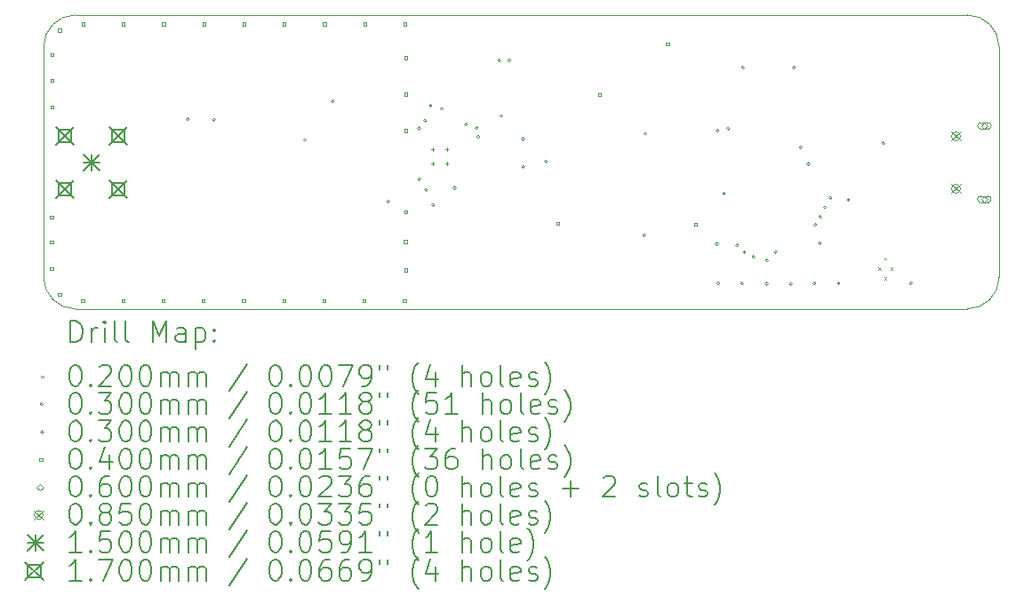
<source format=gbr>
%TF.GenerationSoftware,KiCad,Pcbnew,7.0.9-1.fc38*%
%TF.CreationDate,2023-11-15T09:02:19+02:00*%
%TF.ProjectId,transceiver_board,7472616e-7363-4656-9976-65725f626f61,rev?*%
%TF.SameCoordinates,Original*%
%TF.FileFunction,Drillmap*%
%TF.FilePolarity,Positive*%
%FSLAX45Y45*%
G04 Gerber Fmt 4.5, Leading zero omitted, Abs format (unit mm)*
G04 Created by KiCad (PCBNEW 7.0.9-1.fc38) date 2023-11-15 09:02:19*
%MOMM*%
%LPD*%
G01*
G04 APERTURE LIST*
%ADD10C,0.100000*%
%ADD11C,0.200000*%
%ADD12C,0.150000*%
%ADD13C,0.170000*%
G04 APERTURE END LIST*
D10*
X18600000Y-8200000D02*
G75*
G03*
X18300000Y-7900000I-300000J0D01*
G01*
X18600000Y-8200000D02*
X18600000Y-10400000D01*
X18300000Y-10700000D02*
G75*
G03*
X18600000Y-10400000I0J300000D01*
G01*
X18300000Y-10700000D02*
X9800000Y-10700000D01*
X9800000Y-7900000D02*
X18300000Y-7900000D01*
X9500000Y-10400000D02*
G75*
G03*
X9800000Y-10700000I300000J0D01*
G01*
X9500000Y-10400000D02*
X9500000Y-8200000D01*
X9800000Y-7900000D02*
G75*
G03*
X9500000Y-8200000I0J-300000D01*
G01*
D11*
D10*
X17450500Y-10307000D02*
X17470500Y-10327000D01*
X17470500Y-10307000D02*
X17450500Y-10327000D01*
X17508000Y-10212000D02*
X17528000Y-10232000D01*
X17528000Y-10212000D02*
X17508000Y-10232000D01*
X17508000Y-10402000D02*
X17528000Y-10422000D01*
X17528000Y-10402000D02*
X17508000Y-10422000D01*
X17565500Y-10307000D02*
X17585500Y-10327000D01*
X17585500Y-10307000D02*
X17565500Y-10327000D01*
X10888000Y-8891000D02*
G75*
G03*
X10888000Y-8891000I-15000J0D01*
G01*
X11137000Y-8897000D02*
G75*
G03*
X11137000Y-8897000I-15000J0D01*
G01*
X12003000Y-9089000D02*
G75*
G03*
X12003000Y-9089000I-15000J0D01*
G01*
X12268000Y-8723000D02*
G75*
G03*
X12268000Y-8723000I-15000J0D01*
G01*
X12798000Y-9677000D02*
G75*
G03*
X12798000Y-9677000I-15000J0D01*
G01*
X13092000Y-8981000D02*
G75*
G03*
X13092000Y-8981000I-15000J0D01*
G01*
X13094393Y-9465000D02*
G75*
G03*
X13094393Y-9465000I-15000J0D01*
G01*
X13148000Y-8907000D02*
G75*
G03*
X13148000Y-8907000I-15000J0D01*
G01*
X13156000Y-9565000D02*
G75*
G03*
X13156000Y-9565000I-15000J0D01*
G01*
X13201000Y-8763000D02*
G75*
G03*
X13201000Y-8763000I-15000J0D01*
G01*
X13224000Y-9711000D02*
G75*
G03*
X13224000Y-9711000I-15000J0D01*
G01*
X13308000Y-8793000D02*
G75*
G03*
X13308000Y-8793000I-15000J0D01*
G01*
X13432000Y-9547000D02*
G75*
G03*
X13432000Y-9547000I-15000J0D01*
G01*
X13537000Y-8945000D02*
G75*
G03*
X13537000Y-8945000I-15000J0D01*
G01*
X13641000Y-8977000D02*
G75*
G03*
X13641000Y-8977000I-15000J0D01*
G01*
X13654505Y-9059857D02*
G75*
G03*
X13654505Y-9059857I-15000J0D01*
G01*
X13856000Y-8333000D02*
G75*
G03*
X13856000Y-8333000I-15000J0D01*
G01*
X13874000Y-8862000D02*
G75*
G03*
X13874000Y-8862000I-15000J0D01*
G01*
X13951000Y-8332000D02*
G75*
G03*
X13951000Y-8332000I-15000J0D01*
G01*
X14082000Y-9081000D02*
G75*
G03*
X14082000Y-9081000I-15000J0D01*
G01*
X14084316Y-9345684D02*
G75*
G03*
X14084316Y-9345684I-15000J0D01*
G01*
X14298000Y-9295000D02*
G75*
G03*
X14298000Y-9295000I-15000J0D01*
G01*
X15236000Y-9999000D02*
G75*
G03*
X15236000Y-9999000I-15000J0D01*
G01*
X15247000Y-9031000D02*
G75*
G03*
X15247000Y-9031000I-15000J0D01*
G01*
X15927000Y-10081000D02*
G75*
G03*
X15927000Y-10081000I-15000J0D01*
G01*
X15933000Y-9004000D02*
G75*
G03*
X15933000Y-9004000I-15000J0D01*
G01*
X15939000Y-10458000D02*
G75*
G03*
X15939000Y-10458000I-15000J0D01*
G01*
X15996000Y-9602000D02*
G75*
G03*
X15996000Y-9602000I-15000J0D01*
G01*
X16034000Y-8982000D02*
G75*
G03*
X16034000Y-8982000I-15000J0D01*
G01*
X16119000Y-10096000D02*
G75*
G03*
X16119000Y-10096000I-15000J0D01*
G01*
X16167000Y-10458000D02*
G75*
G03*
X16167000Y-10458000I-15000J0D01*
G01*
X16176000Y-8401000D02*
G75*
G03*
X16176000Y-8401000I-15000J0D01*
G01*
X16190000Y-10162000D02*
G75*
G03*
X16190000Y-10162000I-15000J0D01*
G01*
X16276000Y-10206000D02*
G75*
G03*
X16276000Y-10206000I-15000J0D01*
G01*
X16403000Y-10461000D02*
G75*
G03*
X16403000Y-10461000I-15000J0D01*
G01*
X16404000Y-10241000D02*
G75*
G03*
X16404000Y-10241000I-15000J0D01*
G01*
X16488000Y-10160000D02*
G75*
G03*
X16488000Y-10160000I-15000J0D01*
G01*
X16634000Y-10463000D02*
G75*
G03*
X16634000Y-10463000I-15000J0D01*
G01*
X16663000Y-8401000D02*
G75*
G03*
X16663000Y-8401000I-15000J0D01*
G01*
X16725000Y-9159000D02*
G75*
G03*
X16725000Y-9159000I-15000J0D01*
G01*
X16799000Y-9318000D02*
G75*
G03*
X16799000Y-9318000I-15000J0D01*
G01*
X16857000Y-10461000D02*
G75*
G03*
X16857000Y-10461000I-15000J0D01*
G01*
X16864000Y-9901000D02*
G75*
G03*
X16864000Y-9901000I-15000J0D01*
G01*
X16908000Y-10074000D02*
G75*
G03*
X16908000Y-10074000I-15000J0D01*
G01*
X16911000Y-9823000D02*
G75*
G03*
X16911000Y-9823000I-15000J0D01*
G01*
X16956000Y-9734000D02*
G75*
G03*
X16956000Y-9734000I-15000J0D01*
G01*
X17009000Y-9644000D02*
G75*
G03*
X17009000Y-9644000I-15000J0D01*
G01*
X17087000Y-10458000D02*
G75*
G03*
X17087000Y-10458000I-15000J0D01*
G01*
X17181000Y-9663000D02*
G75*
G03*
X17181000Y-9663000I-15000J0D01*
G01*
X17514000Y-9121000D02*
G75*
G03*
X17514000Y-9121000I-15000J0D01*
G01*
X17777000Y-10455000D02*
G75*
G03*
X17777000Y-10455000I-15000J0D01*
G01*
X13204250Y-9164125D02*
X13204250Y-9194125D01*
X13189250Y-9179125D02*
X13219250Y-9179125D01*
X13204250Y-9299125D02*
X13204250Y-9329125D01*
X13189250Y-9314125D02*
X13219250Y-9314125D01*
X13339250Y-9164125D02*
X13339250Y-9194125D01*
X13324250Y-9179125D02*
X13354250Y-9179125D01*
X13339250Y-9299125D02*
X13339250Y-9329125D01*
X13324250Y-9314125D02*
X13354250Y-9314125D01*
X9590142Y-9838142D02*
X9590142Y-9809858D01*
X9561858Y-9809858D01*
X9561858Y-9838142D01*
X9590142Y-9838142D01*
X9590142Y-10078142D02*
X9590142Y-10049858D01*
X9561858Y-10049858D01*
X9561858Y-10078142D01*
X9590142Y-10078142D01*
X9590142Y-10333142D02*
X9590142Y-10304858D01*
X9561858Y-10304858D01*
X9561858Y-10333142D01*
X9590142Y-10333142D01*
X9592142Y-8538142D02*
X9592142Y-8509858D01*
X9563858Y-8509858D01*
X9563858Y-8538142D01*
X9592142Y-8538142D01*
X9594142Y-8289142D02*
X9594142Y-8260858D01*
X9565858Y-8260858D01*
X9565858Y-8289142D01*
X9594142Y-8289142D01*
X9596142Y-8788142D02*
X9596142Y-8759858D01*
X9567858Y-8759858D01*
X9567858Y-8788142D01*
X9596142Y-8788142D01*
X9665142Y-8058142D02*
X9665142Y-8029858D01*
X9636858Y-8029858D01*
X9636858Y-8058142D01*
X9665142Y-8058142D01*
X9665142Y-10576142D02*
X9665142Y-10547858D01*
X9636858Y-10547858D01*
X9636858Y-10576142D01*
X9665142Y-10576142D01*
X9886142Y-10636142D02*
X9886142Y-10607858D01*
X9857858Y-10607858D01*
X9857858Y-10636142D01*
X9886142Y-10636142D01*
X9889142Y-7998142D02*
X9889142Y-7969858D01*
X9860858Y-7969858D01*
X9860858Y-7998142D01*
X9889142Y-7998142D01*
X10269142Y-10636142D02*
X10269142Y-10607858D01*
X10240858Y-10607858D01*
X10240858Y-10636142D01*
X10269142Y-10636142D01*
X10272517Y-7998142D02*
X10272517Y-7969858D01*
X10244233Y-7969858D01*
X10244233Y-7998142D01*
X10272517Y-7998142D01*
X10652142Y-10636142D02*
X10652142Y-10607858D01*
X10623858Y-10607858D01*
X10623858Y-10636142D01*
X10652142Y-10636142D01*
X10655892Y-7998142D02*
X10655892Y-7969858D01*
X10627608Y-7969858D01*
X10627608Y-7998142D01*
X10655892Y-7998142D01*
X11035142Y-10636142D02*
X11035142Y-10607858D01*
X11006858Y-10607858D01*
X11006858Y-10636142D01*
X11035142Y-10636142D01*
X11039267Y-7998142D02*
X11039267Y-7969858D01*
X11010983Y-7969858D01*
X11010983Y-7998142D01*
X11039267Y-7998142D01*
X11418142Y-10636142D02*
X11418142Y-10607858D01*
X11389858Y-10607858D01*
X11389858Y-10636142D01*
X11418142Y-10636142D01*
X11422642Y-7998142D02*
X11422642Y-7969858D01*
X11394358Y-7969858D01*
X11394358Y-7998142D01*
X11422642Y-7998142D01*
X11801142Y-10636142D02*
X11801142Y-10607858D01*
X11772858Y-10607858D01*
X11772858Y-10636142D01*
X11801142Y-10636142D01*
X11806017Y-7998142D02*
X11806017Y-7969858D01*
X11777733Y-7969858D01*
X11777733Y-7998142D01*
X11806017Y-7998142D01*
X12184142Y-10636142D02*
X12184142Y-10607858D01*
X12155858Y-10607858D01*
X12155858Y-10636142D01*
X12184142Y-10636142D01*
X12189392Y-7998142D02*
X12189392Y-7969858D01*
X12161108Y-7969858D01*
X12161108Y-7998142D01*
X12189392Y-7998142D01*
X12567142Y-10636142D02*
X12567142Y-10607858D01*
X12538858Y-10607858D01*
X12538858Y-10636142D01*
X12567142Y-10636142D01*
X12572767Y-7998142D02*
X12572767Y-7969858D01*
X12544483Y-7969858D01*
X12544483Y-7998142D01*
X12572767Y-7998142D01*
X12950142Y-10636142D02*
X12950142Y-10607858D01*
X12921858Y-10607858D01*
X12921858Y-10636142D01*
X12950142Y-10636142D01*
X12956142Y-7998142D02*
X12956142Y-7969858D01*
X12927858Y-7969858D01*
X12927858Y-7998142D01*
X12956142Y-7998142D01*
X12958142Y-10074142D02*
X12958142Y-10045858D01*
X12929858Y-10045858D01*
X12929858Y-10074142D01*
X12958142Y-10074142D01*
X12962142Y-9790142D02*
X12962142Y-9761858D01*
X12933858Y-9761858D01*
X12933858Y-9790142D01*
X12962142Y-9790142D01*
X12962142Y-10344142D02*
X12962142Y-10315858D01*
X12933858Y-10315858D01*
X12933858Y-10344142D01*
X12962142Y-10344142D01*
X12965142Y-8320142D02*
X12965142Y-8291858D01*
X12936858Y-8291858D01*
X12936858Y-8320142D01*
X12965142Y-8320142D01*
X12965142Y-8667142D02*
X12965142Y-8638858D01*
X12936858Y-8638858D01*
X12936858Y-8667142D01*
X12965142Y-8667142D01*
X12966142Y-9014142D02*
X12966142Y-8985858D01*
X12937858Y-8985858D01*
X12937858Y-9014142D01*
X12966142Y-9014142D01*
X14412142Y-9902142D02*
X14412142Y-9873858D01*
X14383858Y-9873858D01*
X14383858Y-9902142D01*
X14412142Y-9902142D01*
X14808142Y-8672142D02*
X14808142Y-8643858D01*
X14779858Y-8643858D01*
X14779858Y-8672142D01*
X14808142Y-8672142D01*
X15458142Y-8191142D02*
X15458142Y-8162858D01*
X15429858Y-8162858D01*
X15429858Y-8191142D01*
X15458142Y-8191142D01*
X15723142Y-9908142D02*
X15723142Y-9879858D01*
X15694858Y-9879858D01*
X15694858Y-9908142D01*
X15723142Y-9908142D01*
X18460000Y-8985000D02*
X18490000Y-8955000D01*
X18460000Y-8925000D01*
X18430000Y-8955000D01*
X18460000Y-8985000D01*
X18425000Y-8985000D02*
X18495000Y-8985000D01*
X18495000Y-8985000D02*
G75*
G03*
X18495000Y-8925000I0J30000D01*
G01*
X18495000Y-8925000D02*
X18425000Y-8925000D01*
X18425000Y-8925000D02*
G75*
G03*
X18425000Y-8985000I0J-30000D01*
G01*
X18460000Y-9685000D02*
X18490000Y-9655000D01*
X18460000Y-9625000D01*
X18430000Y-9655000D01*
X18460000Y-9685000D01*
X18495000Y-9625000D02*
X18425000Y-9625000D01*
X18425000Y-9625000D02*
G75*
G03*
X18425000Y-9685000I0J-30000D01*
G01*
X18425000Y-9685000D02*
X18495000Y-9685000D01*
X18495000Y-9685000D02*
G75*
G03*
X18495000Y-9625000I0J30000D01*
G01*
X18147500Y-9012500D02*
X18232500Y-9097500D01*
X18232500Y-9012500D02*
X18147500Y-9097500D01*
X18232500Y-9055000D02*
G75*
G03*
X18232500Y-9055000I-42500J0D01*
G01*
X18147500Y-9512500D02*
X18232500Y-9597500D01*
X18232500Y-9512500D02*
X18147500Y-9597500D01*
X18232500Y-9555000D02*
G75*
G03*
X18232500Y-9555000I-42500J0D01*
G01*
D12*
X9879000Y-9229625D02*
X10029000Y-9379625D01*
X10029000Y-9229625D02*
X9879000Y-9379625D01*
X9954000Y-9229625D02*
X9954000Y-9379625D01*
X9879000Y-9304625D02*
X10029000Y-9304625D01*
D13*
X9615000Y-8965625D02*
X9785000Y-9135625D01*
X9785000Y-8965625D02*
X9615000Y-9135625D01*
X9760105Y-9110730D02*
X9760105Y-8990520D01*
X9639895Y-8990520D01*
X9639895Y-9110730D01*
X9760105Y-9110730D01*
X9615000Y-9473625D02*
X9785000Y-9643625D01*
X9785000Y-9473625D02*
X9615000Y-9643625D01*
X9760105Y-9618730D02*
X9760105Y-9498520D01*
X9639895Y-9498520D01*
X9639895Y-9618730D01*
X9760105Y-9618730D01*
X10123000Y-8965625D02*
X10293000Y-9135625D01*
X10293000Y-8965625D02*
X10123000Y-9135625D01*
X10268105Y-9110730D02*
X10268105Y-8990520D01*
X10147895Y-8990520D01*
X10147895Y-9110730D01*
X10268105Y-9110730D01*
X10123000Y-9473625D02*
X10293000Y-9643625D01*
X10293000Y-9473625D02*
X10123000Y-9643625D01*
X10268105Y-9618730D02*
X10268105Y-9498520D01*
X10147895Y-9498520D01*
X10147895Y-9618730D01*
X10268105Y-9618730D01*
D11*
X9755777Y-11016484D02*
X9755777Y-10816484D01*
X9755777Y-10816484D02*
X9803396Y-10816484D01*
X9803396Y-10816484D02*
X9831967Y-10826008D01*
X9831967Y-10826008D02*
X9851015Y-10845055D01*
X9851015Y-10845055D02*
X9860539Y-10864103D01*
X9860539Y-10864103D02*
X9870063Y-10902198D01*
X9870063Y-10902198D02*
X9870063Y-10930770D01*
X9870063Y-10930770D02*
X9860539Y-10968865D01*
X9860539Y-10968865D02*
X9851015Y-10987912D01*
X9851015Y-10987912D02*
X9831967Y-11006960D01*
X9831967Y-11006960D02*
X9803396Y-11016484D01*
X9803396Y-11016484D02*
X9755777Y-11016484D01*
X9955777Y-11016484D02*
X9955777Y-10883150D01*
X9955777Y-10921246D02*
X9965301Y-10902198D01*
X9965301Y-10902198D02*
X9974824Y-10892674D01*
X9974824Y-10892674D02*
X9993872Y-10883150D01*
X9993872Y-10883150D02*
X10012920Y-10883150D01*
X10079586Y-11016484D02*
X10079586Y-10883150D01*
X10079586Y-10816484D02*
X10070063Y-10826008D01*
X10070063Y-10826008D02*
X10079586Y-10835531D01*
X10079586Y-10835531D02*
X10089110Y-10826008D01*
X10089110Y-10826008D02*
X10079586Y-10816484D01*
X10079586Y-10816484D02*
X10079586Y-10835531D01*
X10203396Y-11016484D02*
X10184348Y-11006960D01*
X10184348Y-11006960D02*
X10174824Y-10987912D01*
X10174824Y-10987912D02*
X10174824Y-10816484D01*
X10308158Y-11016484D02*
X10289110Y-11006960D01*
X10289110Y-11006960D02*
X10279586Y-10987912D01*
X10279586Y-10987912D02*
X10279586Y-10816484D01*
X10536729Y-11016484D02*
X10536729Y-10816484D01*
X10536729Y-10816484D02*
X10603396Y-10959341D01*
X10603396Y-10959341D02*
X10670063Y-10816484D01*
X10670063Y-10816484D02*
X10670063Y-11016484D01*
X10851015Y-11016484D02*
X10851015Y-10911722D01*
X10851015Y-10911722D02*
X10841491Y-10892674D01*
X10841491Y-10892674D02*
X10822444Y-10883150D01*
X10822444Y-10883150D02*
X10784348Y-10883150D01*
X10784348Y-10883150D02*
X10765301Y-10892674D01*
X10851015Y-11006960D02*
X10831967Y-11016484D01*
X10831967Y-11016484D02*
X10784348Y-11016484D01*
X10784348Y-11016484D02*
X10765301Y-11006960D01*
X10765301Y-11006960D02*
X10755777Y-10987912D01*
X10755777Y-10987912D02*
X10755777Y-10968865D01*
X10755777Y-10968865D02*
X10765301Y-10949817D01*
X10765301Y-10949817D02*
X10784348Y-10940293D01*
X10784348Y-10940293D02*
X10831967Y-10940293D01*
X10831967Y-10940293D02*
X10851015Y-10930770D01*
X10946253Y-10883150D02*
X10946253Y-11083150D01*
X10946253Y-10892674D02*
X10965301Y-10883150D01*
X10965301Y-10883150D02*
X11003396Y-10883150D01*
X11003396Y-10883150D02*
X11022444Y-10892674D01*
X11022444Y-10892674D02*
X11031967Y-10902198D01*
X11031967Y-10902198D02*
X11041491Y-10921246D01*
X11041491Y-10921246D02*
X11041491Y-10978389D01*
X11041491Y-10978389D02*
X11031967Y-10997436D01*
X11031967Y-10997436D02*
X11022444Y-11006960D01*
X11022444Y-11006960D02*
X11003396Y-11016484D01*
X11003396Y-11016484D02*
X10965301Y-11016484D01*
X10965301Y-11016484D02*
X10946253Y-11006960D01*
X11127205Y-10997436D02*
X11136729Y-11006960D01*
X11136729Y-11006960D02*
X11127205Y-11016484D01*
X11127205Y-11016484D02*
X11117682Y-11006960D01*
X11117682Y-11006960D02*
X11127205Y-10997436D01*
X11127205Y-10997436D02*
X11127205Y-11016484D01*
X11127205Y-10892674D02*
X11136729Y-10902198D01*
X11136729Y-10902198D02*
X11127205Y-10911722D01*
X11127205Y-10911722D02*
X11117682Y-10902198D01*
X11117682Y-10902198D02*
X11127205Y-10892674D01*
X11127205Y-10892674D02*
X11127205Y-10911722D01*
D10*
X9475000Y-11335000D02*
X9495000Y-11355000D01*
X9495000Y-11335000D02*
X9475000Y-11355000D01*
D11*
X9793872Y-11236484D02*
X9812920Y-11236484D01*
X9812920Y-11236484D02*
X9831967Y-11246008D01*
X9831967Y-11246008D02*
X9841491Y-11255531D01*
X9841491Y-11255531D02*
X9851015Y-11274579D01*
X9851015Y-11274579D02*
X9860539Y-11312674D01*
X9860539Y-11312674D02*
X9860539Y-11360293D01*
X9860539Y-11360293D02*
X9851015Y-11398388D01*
X9851015Y-11398388D02*
X9841491Y-11417436D01*
X9841491Y-11417436D02*
X9831967Y-11426960D01*
X9831967Y-11426960D02*
X9812920Y-11436484D01*
X9812920Y-11436484D02*
X9793872Y-11436484D01*
X9793872Y-11436484D02*
X9774824Y-11426960D01*
X9774824Y-11426960D02*
X9765301Y-11417436D01*
X9765301Y-11417436D02*
X9755777Y-11398388D01*
X9755777Y-11398388D02*
X9746253Y-11360293D01*
X9746253Y-11360293D02*
X9746253Y-11312674D01*
X9746253Y-11312674D02*
X9755777Y-11274579D01*
X9755777Y-11274579D02*
X9765301Y-11255531D01*
X9765301Y-11255531D02*
X9774824Y-11246008D01*
X9774824Y-11246008D02*
X9793872Y-11236484D01*
X9946253Y-11417436D02*
X9955777Y-11426960D01*
X9955777Y-11426960D02*
X9946253Y-11436484D01*
X9946253Y-11436484D02*
X9936729Y-11426960D01*
X9936729Y-11426960D02*
X9946253Y-11417436D01*
X9946253Y-11417436D02*
X9946253Y-11436484D01*
X10031967Y-11255531D02*
X10041491Y-11246008D01*
X10041491Y-11246008D02*
X10060539Y-11236484D01*
X10060539Y-11236484D02*
X10108158Y-11236484D01*
X10108158Y-11236484D02*
X10127205Y-11246008D01*
X10127205Y-11246008D02*
X10136729Y-11255531D01*
X10136729Y-11255531D02*
X10146253Y-11274579D01*
X10146253Y-11274579D02*
X10146253Y-11293627D01*
X10146253Y-11293627D02*
X10136729Y-11322198D01*
X10136729Y-11322198D02*
X10022444Y-11436484D01*
X10022444Y-11436484D02*
X10146253Y-11436484D01*
X10270063Y-11236484D02*
X10289110Y-11236484D01*
X10289110Y-11236484D02*
X10308158Y-11246008D01*
X10308158Y-11246008D02*
X10317682Y-11255531D01*
X10317682Y-11255531D02*
X10327205Y-11274579D01*
X10327205Y-11274579D02*
X10336729Y-11312674D01*
X10336729Y-11312674D02*
X10336729Y-11360293D01*
X10336729Y-11360293D02*
X10327205Y-11398388D01*
X10327205Y-11398388D02*
X10317682Y-11417436D01*
X10317682Y-11417436D02*
X10308158Y-11426960D01*
X10308158Y-11426960D02*
X10289110Y-11436484D01*
X10289110Y-11436484D02*
X10270063Y-11436484D01*
X10270063Y-11436484D02*
X10251015Y-11426960D01*
X10251015Y-11426960D02*
X10241491Y-11417436D01*
X10241491Y-11417436D02*
X10231967Y-11398388D01*
X10231967Y-11398388D02*
X10222444Y-11360293D01*
X10222444Y-11360293D02*
X10222444Y-11312674D01*
X10222444Y-11312674D02*
X10231967Y-11274579D01*
X10231967Y-11274579D02*
X10241491Y-11255531D01*
X10241491Y-11255531D02*
X10251015Y-11246008D01*
X10251015Y-11246008D02*
X10270063Y-11236484D01*
X10460539Y-11236484D02*
X10479586Y-11236484D01*
X10479586Y-11236484D02*
X10498634Y-11246008D01*
X10498634Y-11246008D02*
X10508158Y-11255531D01*
X10508158Y-11255531D02*
X10517682Y-11274579D01*
X10517682Y-11274579D02*
X10527205Y-11312674D01*
X10527205Y-11312674D02*
X10527205Y-11360293D01*
X10527205Y-11360293D02*
X10517682Y-11398388D01*
X10517682Y-11398388D02*
X10508158Y-11417436D01*
X10508158Y-11417436D02*
X10498634Y-11426960D01*
X10498634Y-11426960D02*
X10479586Y-11436484D01*
X10479586Y-11436484D02*
X10460539Y-11436484D01*
X10460539Y-11436484D02*
X10441491Y-11426960D01*
X10441491Y-11426960D02*
X10431967Y-11417436D01*
X10431967Y-11417436D02*
X10422444Y-11398388D01*
X10422444Y-11398388D02*
X10412920Y-11360293D01*
X10412920Y-11360293D02*
X10412920Y-11312674D01*
X10412920Y-11312674D02*
X10422444Y-11274579D01*
X10422444Y-11274579D02*
X10431967Y-11255531D01*
X10431967Y-11255531D02*
X10441491Y-11246008D01*
X10441491Y-11246008D02*
X10460539Y-11236484D01*
X10612920Y-11436484D02*
X10612920Y-11303150D01*
X10612920Y-11322198D02*
X10622444Y-11312674D01*
X10622444Y-11312674D02*
X10641491Y-11303150D01*
X10641491Y-11303150D02*
X10670063Y-11303150D01*
X10670063Y-11303150D02*
X10689110Y-11312674D01*
X10689110Y-11312674D02*
X10698634Y-11331722D01*
X10698634Y-11331722D02*
X10698634Y-11436484D01*
X10698634Y-11331722D02*
X10708158Y-11312674D01*
X10708158Y-11312674D02*
X10727205Y-11303150D01*
X10727205Y-11303150D02*
X10755777Y-11303150D01*
X10755777Y-11303150D02*
X10774825Y-11312674D01*
X10774825Y-11312674D02*
X10784348Y-11331722D01*
X10784348Y-11331722D02*
X10784348Y-11436484D01*
X10879586Y-11436484D02*
X10879586Y-11303150D01*
X10879586Y-11322198D02*
X10889110Y-11312674D01*
X10889110Y-11312674D02*
X10908158Y-11303150D01*
X10908158Y-11303150D02*
X10936729Y-11303150D01*
X10936729Y-11303150D02*
X10955777Y-11312674D01*
X10955777Y-11312674D02*
X10965301Y-11331722D01*
X10965301Y-11331722D02*
X10965301Y-11436484D01*
X10965301Y-11331722D02*
X10974825Y-11312674D01*
X10974825Y-11312674D02*
X10993872Y-11303150D01*
X10993872Y-11303150D02*
X11022444Y-11303150D01*
X11022444Y-11303150D02*
X11041491Y-11312674D01*
X11041491Y-11312674D02*
X11051015Y-11331722D01*
X11051015Y-11331722D02*
X11051015Y-11436484D01*
X11441491Y-11226960D02*
X11270063Y-11484103D01*
X11698634Y-11236484D02*
X11717682Y-11236484D01*
X11717682Y-11236484D02*
X11736729Y-11246008D01*
X11736729Y-11246008D02*
X11746253Y-11255531D01*
X11746253Y-11255531D02*
X11755777Y-11274579D01*
X11755777Y-11274579D02*
X11765301Y-11312674D01*
X11765301Y-11312674D02*
X11765301Y-11360293D01*
X11765301Y-11360293D02*
X11755777Y-11398388D01*
X11755777Y-11398388D02*
X11746253Y-11417436D01*
X11746253Y-11417436D02*
X11736729Y-11426960D01*
X11736729Y-11426960D02*
X11717682Y-11436484D01*
X11717682Y-11436484D02*
X11698634Y-11436484D01*
X11698634Y-11436484D02*
X11679586Y-11426960D01*
X11679586Y-11426960D02*
X11670063Y-11417436D01*
X11670063Y-11417436D02*
X11660539Y-11398388D01*
X11660539Y-11398388D02*
X11651015Y-11360293D01*
X11651015Y-11360293D02*
X11651015Y-11312674D01*
X11651015Y-11312674D02*
X11660539Y-11274579D01*
X11660539Y-11274579D02*
X11670063Y-11255531D01*
X11670063Y-11255531D02*
X11679586Y-11246008D01*
X11679586Y-11246008D02*
X11698634Y-11236484D01*
X11851015Y-11417436D02*
X11860539Y-11426960D01*
X11860539Y-11426960D02*
X11851015Y-11436484D01*
X11851015Y-11436484D02*
X11841491Y-11426960D01*
X11841491Y-11426960D02*
X11851015Y-11417436D01*
X11851015Y-11417436D02*
X11851015Y-11436484D01*
X11984348Y-11236484D02*
X12003396Y-11236484D01*
X12003396Y-11236484D02*
X12022444Y-11246008D01*
X12022444Y-11246008D02*
X12031967Y-11255531D01*
X12031967Y-11255531D02*
X12041491Y-11274579D01*
X12041491Y-11274579D02*
X12051015Y-11312674D01*
X12051015Y-11312674D02*
X12051015Y-11360293D01*
X12051015Y-11360293D02*
X12041491Y-11398388D01*
X12041491Y-11398388D02*
X12031967Y-11417436D01*
X12031967Y-11417436D02*
X12022444Y-11426960D01*
X12022444Y-11426960D02*
X12003396Y-11436484D01*
X12003396Y-11436484D02*
X11984348Y-11436484D01*
X11984348Y-11436484D02*
X11965301Y-11426960D01*
X11965301Y-11426960D02*
X11955777Y-11417436D01*
X11955777Y-11417436D02*
X11946253Y-11398388D01*
X11946253Y-11398388D02*
X11936729Y-11360293D01*
X11936729Y-11360293D02*
X11936729Y-11312674D01*
X11936729Y-11312674D02*
X11946253Y-11274579D01*
X11946253Y-11274579D02*
X11955777Y-11255531D01*
X11955777Y-11255531D02*
X11965301Y-11246008D01*
X11965301Y-11246008D02*
X11984348Y-11236484D01*
X12174825Y-11236484D02*
X12193872Y-11236484D01*
X12193872Y-11236484D02*
X12212920Y-11246008D01*
X12212920Y-11246008D02*
X12222444Y-11255531D01*
X12222444Y-11255531D02*
X12231967Y-11274579D01*
X12231967Y-11274579D02*
X12241491Y-11312674D01*
X12241491Y-11312674D02*
X12241491Y-11360293D01*
X12241491Y-11360293D02*
X12231967Y-11398388D01*
X12231967Y-11398388D02*
X12222444Y-11417436D01*
X12222444Y-11417436D02*
X12212920Y-11426960D01*
X12212920Y-11426960D02*
X12193872Y-11436484D01*
X12193872Y-11436484D02*
X12174825Y-11436484D01*
X12174825Y-11436484D02*
X12155777Y-11426960D01*
X12155777Y-11426960D02*
X12146253Y-11417436D01*
X12146253Y-11417436D02*
X12136729Y-11398388D01*
X12136729Y-11398388D02*
X12127206Y-11360293D01*
X12127206Y-11360293D02*
X12127206Y-11312674D01*
X12127206Y-11312674D02*
X12136729Y-11274579D01*
X12136729Y-11274579D02*
X12146253Y-11255531D01*
X12146253Y-11255531D02*
X12155777Y-11246008D01*
X12155777Y-11246008D02*
X12174825Y-11236484D01*
X12308158Y-11236484D02*
X12441491Y-11236484D01*
X12441491Y-11236484D02*
X12355777Y-11436484D01*
X12527206Y-11436484D02*
X12565301Y-11436484D01*
X12565301Y-11436484D02*
X12584348Y-11426960D01*
X12584348Y-11426960D02*
X12593872Y-11417436D01*
X12593872Y-11417436D02*
X12612920Y-11388865D01*
X12612920Y-11388865D02*
X12622444Y-11350769D01*
X12622444Y-11350769D02*
X12622444Y-11274579D01*
X12622444Y-11274579D02*
X12612920Y-11255531D01*
X12612920Y-11255531D02*
X12603396Y-11246008D01*
X12603396Y-11246008D02*
X12584348Y-11236484D01*
X12584348Y-11236484D02*
X12546253Y-11236484D01*
X12546253Y-11236484D02*
X12527206Y-11246008D01*
X12527206Y-11246008D02*
X12517682Y-11255531D01*
X12517682Y-11255531D02*
X12508158Y-11274579D01*
X12508158Y-11274579D02*
X12508158Y-11322198D01*
X12508158Y-11322198D02*
X12517682Y-11341246D01*
X12517682Y-11341246D02*
X12527206Y-11350769D01*
X12527206Y-11350769D02*
X12546253Y-11360293D01*
X12546253Y-11360293D02*
X12584348Y-11360293D01*
X12584348Y-11360293D02*
X12603396Y-11350769D01*
X12603396Y-11350769D02*
X12612920Y-11341246D01*
X12612920Y-11341246D02*
X12622444Y-11322198D01*
X12698634Y-11236484D02*
X12698634Y-11274579D01*
X12774825Y-11236484D02*
X12774825Y-11274579D01*
X13070063Y-11512674D02*
X13060539Y-11503150D01*
X13060539Y-11503150D02*
X13041491Y-11474579D01*
X13041491Y-11474579D02*
X13031968Y-11455531D01*
X13031968Y-11455531D02*
X13022444Y-11426960D01*
X13022444Y-11426960D02*
X13012920Y-11379341D01*
X13012920Y-11379341D02*
X13012920Y-11341246D01*
X13012920Y-11341246D02*
X13022444Y-11293627D01*
X13022444Y-11293627D02*
X13031968Y-11265055D01*
X13031968Y-11265055D02*
X13041491Y-11246008D01*
X13041491Y-11246008D02*
X13060539Y-11217436D01*
X13060539Y-11217436D02*
X13070063Y-11207912D01*
X13231968Y-11303150D02*
X13231968Y-11436484D01*
X13184348Y-11226960D02*
X13136729Y-11369817D01*
X13136729Y-11369817D02*
X13260539Y-11369817D01*
X13489110Y-11436484D02*
X13489110Y-11236484D01*
X13574825Y-11436484D02*
X13574825Y-11331722D01*
X13574825Y-11331722D02*
X13565301Y-11312674D01*
X13565301Y-11312674D02*
X13546253Y-11303150D01*
X13546253Y-11303150D02*
X13517682Y-11303150D01*
X13517682Y-11303150D02*
X13498634Y-11312674D01*
X13498634Y-11312674D02*
X13489110Y-11322198D01*
X13698634Y-11436484D02*
X13679587Y-11426960D01*
X13679587Y-11426960D02*
X13670063Y-11417436D01*
X13670063Y-11417436D02*
X13660539Y-11398388D01*
X13660539Y-11398388D02*
X13660539Y-11341246D01*
X13660539Y-11341246D02*
X13670063Y-11322198D01*
X13670063Y-11322198D02*
X13679587Y-11312674D01*
X13679587Y-11312674D02*
X13698634Y-11303150D01*
X13698634Y-11303150D02*
X13727206Y-11303150D01*
X13727206Y-11303150D02*
X13746253Y-11312674D01*
X13746253Y-11312674D02*
X13755777Y-11322198D01*
X13755777Y-11322198D02*
X13765301Y-11341246D01*
X13765301Y-11341246D02*
X13765301Y-11398388D01*
X13765301Y-11398388D02*
X13755777Y-11417436D01*
X13755777Y-11417436D02*
X13746253Y-11426960D01*
X13746253Y-11426960D02*
X13727206Y-11436484D01*
X13727206Y-11436484D02*
X13698634Y-11436484D01*
X13879587Y-11436484D02*
X13860539Y-11426960D01*
X13860539Y-11426960D02*
X13851015Y-11407912D01*
X13851015Y-11407912D02*
X13851015Y-11236484D01*
X14031968Y-11426960D02*
X14012920Y-11436484D01*
X14012920Y-11436484D02*
X13974825Y-11436484D01*
X13974825Y-11436484D02*
X13955777Y-11426960D01*
X13955777Y-11426960D02*
X13946253Y-11407912D01*
X13946253Y-11407912D02*
X13946253Y-11331722D01*
X13946253Y-11331722D02*
X13955777Y-11312674D01*
X13955777Y-11312674D02*
X13974825Y-11303150D01*
X13974825Y-11303150D02*
X14012920Y-11303150D01*
X14012920Y-11303150D02*
X14031968Y-11312674D01*
X14031968Y-11312674D02*
X14041491Y-11331722D01*
X14041491Y-11331722D02*
X14041491Y-11350769D01*
X14041491Y-11350769D02*
X13946253Y-11369817D01*
X14117682Y-11426960D02*
X14136730Y-11436484D01*
X14136730Y-11436484D02*
X14174825Y-11436484D01*
X14174825Y-11436484D02*
X14193872Y-11426960D01*
X14193872Y-11426960D02*
X14203396Y-11407912D01*
X14203396Y-11407912D02*
X14203396Y-11398388D01*
X14203396Y-11398388D02*
X14193872Y-11379341D01*
X14193872Y-11379341D02*
X14174825Y-11369817D01*
X14174825Y-11369817D02*
X14146253Y-11369817D01*
X14146253Y-11369817D02*
X14127206Y-11360293D01*
X14127206Y-11360293D02*
X14117682Y-11341246D01*
X14117682Y-11341246D02*
X14117682Y-11331722D01*
X14117682Y-11331722D02*
X14127206Y-11312674D01*
X14127206Y-11312674D02*
X14146253Y-11303150D01*
X14146253Y-11303150D02*
X14174825Y-11303150D01*
X14174825Y-11303150D02*
X14193872Y-11312674D01*
X14270063Y-11512674D02*
X14279587Y-11503150D01*
X14279587Y-11503150D02*
X14298634Y-11474579D01*
X14298634Y-11474579D02*
X14308158Y-11455531D01*
X14308158Y-11455531D02*
X14317682Y-11426960D01*
X14317682Y-11426960D02*
X14327206Y-11379341D01*
X14327206Y-11379341D02*
X14327206Y-11341246D01*
X14327206Y-11341246D02*
X14317682Y-11293627D01*
X14317682Y-11293627D02*
X14308158Y-11265055D01*
X14308158Y-11265055D02*
X14298634Y-11246008D01*
X14298634Y-11246008D02*
X14279587Y-11217436D01*
X14279587Y-11217436D02*
X14270063Y-11207912D01*
D10*
X9495000Y-11609000D02*
G75*
G03*
X9495000Y-11609000I-15000J0D01*
G01*
D11*
X9793872Y-11500484D02*
X9812920Y-11500484D01*
X9812920Y-11500484D02*
X9831967Y-11510008D01*
X9831967Y-11510008D02*
X9841491Y-11519531D01*
X9841491Y-11519531D02*
X9851015Y-11538579D01*
X9851015Y-11538579D02*
X9860539Y-11576674D01*
X9860539Y-11576674D02*
X9860539Y-11624293D01*
X9860539Y-11624293D02*
X9851015Y-11662388D01*
X9851015Y-11662388D02*
X9841491Y-11681436D01*
X9841491Y-11681436D02*
X9831967Y-11690960D01*
X9831967Y-11690960D02*
X9812920Y-11700484D01*
X9812920Y-11700484D02*
X9793872Y-11700484D01*
X9793872Y-11700484D02*
X9774824Y-11690960D01*
X9774824Y-11690960D02*
X9765301Y-11681436D01*
X9765301Y-11681436D02*
X9755777Y-11662388D01*
X9755777Y-11662388D02*
X9746253Y-11624293D01*
X9746253Y-11624293D02*
X9746253Y-11576674D01*
X9746253Y-11576674D02*
X9755777Y-11538579D01*
X9755777Y-11538579D02*
X9765301Y-11519531D01*
X9765301Y-11519531D02*
X9774824Y-11510008D01*
X9774824Y-11510008D02*
X9793872Y-11500484D01*
X9946253Y-11681436D02*
X9955777Y-11690960D01*
X9955777Y-11690960D02*
X9946253Y-11700484D01*
X9946253Y-11700484D02*
X9936729Y-11690960D01*
X9936729Y-11690960D02*
X9946253Y-11681436D01*
X9946253Y-11681436D02*
X9946253Y-11700484D01*
X10022444Y-11500484D02*
X10146253Y-11500484D01*
X10146253Y-11500484D02*
X10079586Y-11576674D01*
X10079586Y-11576674D02*
X10108158Y-11576674D01*
X10108158Y-11576674D02*
X10127205Y-11586198D01*
X10127205Y-11586198D02*
X10136729Y-11595722D01*
X10136729Y-11595722D02*
X10146253Y-11614769D01*
X10146253Y-11614769D02*
X10146253Y-11662388D01*
X10146253Y-11662388D02*
X10136729Y-11681436D01*
X10136729Y-11681436D02*
X10127205Y-11690960D01*
X10127205Y-11690960D02*
X10108158Y-11700484D01*
X10108158Y-11700484D02*
X10051015Y-11700484D01*
X10051015Y-11700484D02*
X10031967Y-11690960D01*
X10031967Y-11690960D02*
X10022444Y-11681436D01*
X10270063Y-11500484D02*
X10289110Y-11500484D01*
X10289110Y-11500484D02*
X10308158Y-11510008D01*
X10308158Y-11510008D02*
X10317682Y-11519531D01*
X10317682Y-11519531D02*
X10327205Y-11538579D01*
X10327205Y-11538579D02*
X10336729Y-11576674D01*
X10336729Y-11576674D02*
X10336729Y-11624293D01*
X10336729Y-11624293D02*
X10327205Y-11662388D01*
X10327205Y-11662388D02*
X10317682Y-11681436D01*
X10317682Y-11681436D02*
X10308158Y-11690960D01*
X10308158Y-11690960D02*
X10289110Y-11700484D01*
X10289110Y-11700484D02*
X10270063Y-11700484D01*
X10270063Y-11700484D02*
X10251015Y-11690960D01*
X10251015Y-11690960D02*
X10241491Y-11681436D01*
X10241491Y-11681436D02*
X10231967Y-11662388D01*
X10231967Y-11662388D02*
X10222444Y-11624293D01*
X10222444Y-11624293D02*
X10222444Y-11576674D01*
X10222444Y-11576674D02*
X10231967Y-11538579D01*
X10231967Y-11538579D02*
X10241491Y-11519531D01*
X10241491Y-11519531D02*
X10251015Y-11510008D01*
X10251015Y-11510008D02*
X10270063Y-11500484D01*
X10460539Y-11500484D02*
X10479586Y-11500484D01*
X10479586Y-11500484D02*
X10498634Y-11510008D01*
X10498634Y-11510008D02*
X10508158Y-11519531D01*
X10508158Y-11519531D02*
X10517682Y-11538579D01*
X10517682Y-11538579D02*
X10527205Y-11576674D01*
X10527205Y-11576674D02*
X10527205Y-11624293D01*
X10527205Y-11624293D02*
X10517682Y-11662388D01*
X10517682Y-11662388D02*
X10508158Y-11681436D01*
X10508158Y-11681436D02*
X10498634Y-11690960D01*
X10498634Y-11690960D02*
X10479586Y-11700484D01*
X10479586Y-11700484D02*
X10460539Y-11700484D01*
X10460539Y-11700484D02*
X10441491Y-11690960D01*
X10441491Y-11690960D02*
X10431967Y-11681436D01*
X10431967Y-11681436D02*
X10422444Y-11662388D01*
X10422444Y-11662388D02*
X10412920Y-11624293D01*
X10412920Y-11624293D02*
X10412920Y-11576674D01*
X10412920Y-11576674D02*
X10422444Y-11538579D01*
X10422444Y-11538579D02*
X10431967Y-11519531D01*
X10431967Y-11519531D02*
X10441491Y-11510008D01*
X10441491Y-11510008D02*
X10460539Y-11500484D01*
X10612920Y-11700484D02*
X10612920Y-11567150D01*
X10612920Y-11586198D02*
X10622444Y-11576674D01*
X10622444Y-11576674D02*
X10641491Y-11567150D01*
X10641491Y-11567150D02*
X10670063Y-11567150D01*
X10670063Y-11567150D02*
X10689110Y-11576674D01*
X10689110Y-11576674D02*
X10698634Y-11595722D01*
X10698634Y-11595722D02*
X10698634Y-11700484D01*
X10698634Y-11595722D02*
X10708158Y-11576674D01*
X10708158Y-11576674D02*
X10727205Y-11567150D01*
X10727205Y-11567150D02*
X10755777Y-11567150D01*
X10755777Y-11567150D02*
X10774825Y-11576674D01*
X10774825Y-11576674D02*
X10784348Y-11595722D01*
X10784348Y-11595722D02*
X10784348Y-11700484D01*
X10879586Y-11700484D02*
X10879586Y-11567150D01*
X10879586Y-11586198D02*
X10889110Y-11576674D01*
X10889110Y-11576674D02*
X10908158Y-11567150D01*
X10908158Y-11567150D02*
X10936729Y-11567150D01*
X10936729Y-11567150D02*
X10955777Y-11576674D01*
X10955777Y-11576674D02*
X10965301Y-11595722D01*
X10965301Y-11595722D02*
X10965301Y-11700484D01*
X10965301Y-11595722D02*
X10974825Y-11576674D01*
X10974825Y-11576674D02*
X10993872Y-11567150D01*
X10993872Y-11567150D02*
X11022444Y-11567150D01*
X11022444Y-11567150D02*
X11041491Y-11576674D01*
X11041491Y-11576674D02*
X11051015Y-11595722D01*
X11051015Y-11595722D02*
X11051015Y-11700484D01*
X11441491Y-11490960D02*
X11270063Y-11748103D01*
X11698634Y-11500484D02*
X11717682Y-11500484D01*
X11717682Y-11500484D02*
X11736729Y-11510008D01*
X11736729Y-11510008D02*
X11746253Y-11519531D01*
X11746253Y-11519531D02*
X11755777Y-11538579D01*
X11755777Y-11538579D02*
X11765301Y-11576674D01*
X11765301Y-11576674D02*
X11765301Y-11624293D01*
X11765301Y-11624293D02*
X11755777Y-11662388D01*
X11755777Y-11662388D02*
X11746253Y-11681436D01*
X11746253Y-11681436D02*
X11736729Y-11690960D01*
X11736729Y-11690960D02*
X11717682Y-11700484D01*
X11717682Y-11700484D02*
X11698634Y-11700484D01*
X11698634Y-11700484D02*
X11679586Y-11690960D01*
X11679586Y-11690960D02*
X11670063Y-11681436D01*
X11670063Y-11681436D02*
X11660539Y-11662388D01*
X11660539Y-11662388D02*
X11651015Y-11624293D01*
X11651015Y-11624293D02*
X11651015Y-11576674D01*
X11651015Y-11576674D02*
X11660539Y-11538579D01*
X11660539Y-11538579D02*
X11670063Y-11519531D01*
X11670063Y-11519531D02*
X11679586Y-11510008D01*
X11679586Y-11510008D02*
X11698634Y-11500484D01*
X11851015Y-11681436D02*
X11860539Y-11690960D01*
X11860539Y-11690960D02*
X11851015Y-11700484D01*
X11851015Y-11700484D02*
X11841491Y-11690960D01*
X11841491Y-11690960D02*
X11851015Y-11681436D01*
X11851015Y-11681436D02*
X11851015Y-11700484D01*
X11984348Y-11500484D02*
X12003396Y-11500484D01*
X12003396Y-11500484D02*
X12022444Y-11510008D01*
X12022444Y-11510008D02*
X12031967Y-11519531D01*
X12031967Y-11519531D02*
X12041491Y-11538579D01*
X12041491Y-11538579D02*
X12051015Y-11576674D01*
X12051015Y-11576674D02*
X12051015Y-11624293D01*
X12051015Y-11624293D02*
X12041491Y-11662388D01*
X12041491Y-11662388D02*
X12031967Y-11681436D01*
X12031967Y-11681436D02*
X12022444Y-11690960D01*
X12022444Y-11690960D02*
X12003396Y-11700484D01*
X12003396Y-11700484D02*
X11984348Y-11700484D01*
X11984348Y-11700484D02*
X11965301Y-11690960D01*
X11965301Y-11690960D02*
X11955777Y-11681436D01*
X11955777Y-11681436D02*
X11946253Y-11662388D01*
X11946253Y-11662388D02*
X11936729Y-11624293D01*
X11936729Y-11624293D02*
X11936729Y-11576674D01*
X11936729Y-11576674D02*
X11946253Y-11538579D01*
X11946253Y-11538579D02*
X11955777Y-11519531D01*
X11955777Y-11519531D02*
X11965301Y-11510008D01*
X11965301Y-11510008D02*
X11984348Y-11500484D01*
X12241491Y-11700484D02*
X12127206Y-11700484D01*
X12184348Y-11700484D02*
X12184348Y-11500484D01*
X12184348Y-11500484D02*
X12165301Y-11529055D01*
X12165301Y-11529055D02*
X12146253Y-11548103D01*
X12146253Y-11548103D02*
X12127206Y-11557627D01*
X12431967Y-11700484D02*
X12317682Y-11700484D01*
X12374825Y-11700484D02*
X12374825Y-11500484D01*
X12374825Y-11500484D02*
X12355777Y-11529055D01*
X12355777Y-11529055D02*
X12336729Y-11548103D01*
X12336729Y-11548103D02*
X12317682Y-11557627D01*
X12546253Y-11586198D02*
X12527206Y-11576674D01*
X12527206Y-11576674D02*
X12517682Y-11567150D01*
X12517682Y-11567150D02*
X12508158Y-11548103D01*
X12508158Y-11548103D02*
X12508158Y-11538579D01*
X12508158Y-11538579D02*
X12517682Y-11519531D01*
X12517682Y-11519531D02*
X12527206Y-11510008D01*
X12527206Y-11510008D02*
X12546253Y-11500484D01*
X12546253Y-11500484D02*
X12584348Y-11500484D01*
X12584348Y-11500484D02*
X12603396Y-11510008D01*
X12603396Y-11510008D02*
X12612920Y-11519531D01*
X12612920Y-11519531D02*
X12622444Y-11538579D01*
X12622444Y-11538579D02*
X12622444Y-11548103D01*
X12622444Y-11548103D02*
X12612920Y-11567150D01*
X12612920Y-11567150D02*
X12603396Y-11576674D01*
X12603396Y-11576674D02*
X12584348Y-11586198D01*
X12584348Y-11586198D02*
X12546253Y-11586198D01*
X12546253Y-11586198D02*
X12527206Y-11595722D01*
X12527206Y-11595722D02*
X12517682Y-11605246D01*
X12517682Y-11605246D02*
X12508158Y-11624293D01*
X12508158Y-11624293D02*
X12508158Y-11662388D01*
X12508158Y-11662388D02*
X12517682Y-11681436D01*
X12517682Y-11681436D02*
X12527206Y-11690960D01*
X12527206Y-11690960D02*
X12546253Y-11700484D01*
X12546253Y-11700484D02*
X12584348Y-11700484D01*
X12584348Y-11700484D02*
X12603396Y-11690960D01*
X12603396Y-11690960D02*
X12612920Y-11681436D01*
X12612920Y-11681436D02*
X12622444Y-11662388D01*
X12622444Y-11662388D02*
X12622444Y-11624293D01*
X12622444Y-11624293D02*
X12612920Y-11605246D01*
X12612920Y-11605246D02*
X12603396Y-11595722D01*
X12603396Y-11595722D02*
X12584348Y-11586198D01*
X12698634Y-11500484D02*
X12698634Y-11538579D01*
X12774825Y-11500484D02*
X12774825Y-11538579D01*
X13070063Y-11776674D02*
X13060539Y-11767150D01*
X13060539Y-11767150D02*
X13041491Y-11738579D01*
X13041491Y-11738579D02*
X13031968Y-11719531D01*
X13031968Y-11719531D02*
X13022444Y-11690960D01*
X13022444Y-11690960D02*
X13012920Y-11643341D01*
X13012920Y-11643341D02*
X13012920Y-11605246D01*
X13012920Y-11605246D02*
X13022444Y-11557627D01*
X13022444Y-11557627D02*
X13031968Y-11529055D01*
X13031968Y-11529055D02*
X13041491Y-11510008D01*
X13041491Y-11510008D02*
X13060539Y-11481436D01*
X13060539Y-11481436D02*
X13070063Y-11471912D01*
X13241491Y-11500484D02*
X13146253Y-11500484D01*
X13146253Y-11500484D02*
X13136729Y-11595722D01*
X13136729Y-11595722D02*
X13146253Y-11586198D01*
X13146253Y-11586198D02*
X13165301Y-11576674D01*
X13165301Y-11576674D02*
X13212920Y-11576674D01*
X13212920Y-11576674D02*
X13231968Y-11586198D01*
X13231968Y-11586198D02*
X13241491Y-11595722D01*
X13241491Y-11595722D02*
X13251015Y-11614769D01*
X13251015Y-11614769D02*
X13251015Y-11662388D01*
X13251015Y-11662388D02*
X13241491Y-11681436D01*
X13241491Y-11681436D02*
X13231968Y-11690960D01*
X13231968Y-11690960D02*
X13212920Y-11700484D01*
X13212920Y-11700484D02*
X13165301Y-11700484D01*
X13165301Y-11700484D02*
X13146253Y-11690960D01*
X13146253Y-11690960D02*
X13136729Y-11681436D01*
X13441491Y-11700484D02*
X13327206Y-11700484D01*
X13384348Y-11700484D02*
X13384348Y-11500484D01*
X13384348Y-11500484D02*
X13365301Y-11529055D01*
X13365301Y-11529055D02*
X13346253Y-11548103D01*
X13346253Y-11548103D02*
X13327206Y-11557627D01*
X13679587Y-11700484D02*
X13679587Y-11500484D01*
X13765301Y-11700484D02*
X13765301Y-11595722D01*
X13765301Y-11595722D02*
X13755777Y-11576674D01*
X13755777Y-11576674D02*
X13736730Y-11567150D01*
X13736730Y-11567150D02*
X13708158Y-11567150D01*
X13708158Y-11567150D02*
X13689110Y-11576674D01*
X13689110Y-11576674D02*
X13679587Y-11586198D01*
X13889110Y-11700484D02*
X13870063Y-11690960D01*
X13870063Y-11690960D02*
X13860539Y-11681436D01*
X13860539Y-11681436D02*
X13851015Y-11662388D01*
X13851015Y-11662388D02*
X13851015Y-11605246D01*
X13851015Y-11605246D02*
X13860539Y-11586198D01*
X13860539Y-11586198D02*
X13870063Y-11576674D01*
X13870063Y-11576674D02*
X13889110Y-11567150D01*
X13889110Y-11567150D02*
X13917682Y-11567150D01*
X13917682Y-11567150D02*
X13936730Y-11576674D01*
X13936730Y-11576674D02*
X13946253Y-11586198D01*
X13946253Y-11586198D02*
X13955777Y-11605246D01*
X13955777Y-11605246D02*
X13955777Y-11662388D01*
X13955777Y-11662388D02*
X13946253Y-11681436D01*
X13946253Y-11681436D02*
X13936730Y-11690960D01*
X13936730Y-11690960D02*
X13917682Y-11700484D01*
X13917682Y-11700484D02*
X13889110Y-11700484D01*
X14070063Y-11700484D02*
X14051015Y-11690960D01*
X14051015Y-11690960D02*
X14041491Y-11671912D01*
X14041491Y-11671912D02*
X14041491Y-11500484D01*
X14222444Y-11690960D02*
X14203396Y-11700484D01*
X14203396Y-11700484D02*
X14165301Y-11700484D01*
X14165301Y-11700484D02*
X14146253Y-11690960D01*
X14146253Y-11690960D02*
X14136730Y-11671912D01*
X14136730Y-11671912D02*
X14136730Y-11595722D01*
X14136730Y-11595722D02*
X14146253Y-11576674D01*
X14146253Y-11576674D02*
X14165301Y-11567150D01*
X14165301Y-11567150D02*
X14203396Y-11567150D01*
X14203396Y-11567150D02*
X14222444Y-11576674D01*
X14222444Y-11576674D02*
X14231968Y-11595722D01*
X14231968Y-11595722D02*
X14231968Y-11614769D01*
X14231968Y-11614769D02*
X14136730Y-11633817D01*
X14308158Y-11690960D02*
X14327206Y-11700484D01*
X14327206Y-11700484D02*
X14365301Y-11700484D01*
X14365301Y-11700484D02*
X14384349Y-11690960D01*
X14384349Y-11690960D02*
X14393872Y-11671912D01*
X14393872Y-11671912D02*
X14393872Y-11662388D01*
X14393872Y-11662388D02*
X14384349Y-11643341D01*
X14384349Y-11643341D02*
X14365301Y-11633817D01*
X14365301Y-11633817D02*
X14336730Y-11633817D01*
X14336730Y-11633817D02*
X14317682Y-11624293D01*
X14317682Y-11624293D02*
X14308158Y-11605246D01*
X14308158Y-11605246D02*
X14308158Y-11595722D01*
X14308158Y-11595722D02*
X14317682Y-11576674D01*
X14317682Y-11576674D02*
X14336730Y-11567150D01*
X14336730Y-11567150D02*
X14365301Y-11567150D01*
X14365301Y-11567150D02*
X14384349Y-11576674D01*
X14460539Y-11776674D02*
X14470063Y-11767150D01*
X14470063Y-11767150D02*
X14489111Y-11738579D01*
X14489111Y-11738579D02*
X14498634Y-11719531D01*
X14498634Y-11719531D02*
X14508158Y-11690960D01*
X14508158Y-11690960D02*
X14517682Y-11643341D01*
X14517682Y-11643341D02*
X14517682Y-11605246D01*
X14517682Y-11605246D02*
X14508158Y-11557627D01*
X14508158Y-11557627D02*
X14498634Y-11529055D01*
X14498634Y-11529055D02*
X14489111Y-11510008D01*
X14489111Y-11510008D02*
X14470063Y-11481436D01*
X14470063Y-11481436D02*
X14460539Y-11471912D01*
D10*
X9480000Y-11858000D02*
X9480000Y-11888000D01*
X9465000Y-11873000D02*
X9495000Y-11873000D01*
D11*
X9793872Y-11764484D02*
X9812920Y-11764484D01*
X9812920Y-11764484D02*
X9831967Y-11774008D01*
X9831967Y-11774008D02*
X9841491Y-11783531D01*
X9841491Y-11783531D02*
X9851015Y-11802579D01*
X9851015Y-11802579D02*
X9860539Y-11840674D01*
X9860539Y-11840674D02*
X9860539Y-11888293D01*
X9860539Y-11888293D02*
X9851015Y-11926388D01*
X9851015Y-11926388D02*
X9841491Y-11945436D01*
X9841491Y-11945436D02*
X9831967Y-11954960D01*
X9831967Y-11954960D02*
X9812920Y-11964484D01*
X9812920Y-11964484D02*
X9793872Y-11964484D01*
X9793872Y-11964484D02*
X9774824Y-11954960D01*
X9774824Y-11954960D02*
X9765301Y-11945436D01*
X9765301Y-11945436D02*
X9755777Y-11926388D01*
X9755777Y-11926388D02*
X9746253Y-11888293D01*
X9746253Y-11888293D02*
X9746253Y-11840674D01*
X9746253Y-11840674D02*
X9755777Y-11802579D01*
X9755777Y-11802579D02*
X9765301Y-11783531D01*
X9765301Y-11783531D02*
X9774824Y-11774008D01*
X9774824Y-11774008D02*
X9793872Y-11764484D01*
X9946253Y-11945436D02*
X9955777Y-11954960D01*
X9955777Y-11954960D02*
X9946253Y-11964484D01*
X9946253Y-11964484D02*
X9936729Y-11954960D01*
X9936729Y-11954960D02*
X9946253Y-11945436D01*
X9946253Y-11945436D02*
X9946253Y-11964484D01*
X10022444Y-11764484D02*
X10146253Y-11764484D01*
X10146253Y-11764484D02*
X10079586Y-11840674D01*
X10079586Y-11840674D02*
X10108158Y-11840674D01*
X10108158Y-11840674D02*
X10127205Y-11850198D01*
X10127205Y-11850198D02*
X10136729Y-11859722D01*
X10136729Y-11859722D02*
X10146253Y-11878769D01*
X10146253Y-11878769D02*
X10146253Y-11926388D01*
X10146253Y-11926388D02*
X10136729Y-11945436D01*
X10136729Y-11945436D02*
X10127205Y-11954960D01*
X10127205Y-11954960D02*
X10108158Y-11964484D01*
X10108158Y-11964484D02*
X10051015Y-11964484D01*
X10051015Y-11964484D02*
X10031967Y-11954960D01*
X10031967Y-11954960D02*
X10022444Y-11945436D01*
X10270063Y-11764484D02*
X10289110Y-11764484D01*
X10289110Y-11764484D02*
X10308158Y-11774008D01*
X10308158Y-11774008D02*
X10317682Y-11783531D01*
X10317682Y-11783531D02*
X10327205Y-11802579D01*
X10327205Y-11802579D02*
X10336729Y-11840674D01*
X10336729Y-11840674D02*
X10336729Y-11888293D01*
X10336729Y-11888293D02*
X10327205Y-11926388D01*
X10327205Y-11926388D02*
X10317682Y-11945436D01*
X10317682Y-11945436D02*
X10308158Y-11954960D01*
X10308158Y-11954960D02*
X10289110Y-11964484D01*
X10289110Y-11964484D02*
X10270063Y-11964484D01*
X10270063Y-11964484D02*
X10251015Y-11954960D01*
X10251015Y-11954960D02*
X10241491Y-11945436D01*
X10241491Y-11945436D02*
X10231967Y-11926388D01*
X10231967Y-11926388D02*
X10222444Y-11888293D01*
X10222444Y-11888293D02*
X10222444Y-11840674D01*
X10222444Y-11840674D02*
X10231967Y-11802579D01*
X10231967Y-11802579D02*
X10241491Y-11783531D01*
X10241491Y-11783531D02*
X10251015Y-11774008D01*
X10251015Y-11774008D02*
X10270063Y-11764484D01*
X10460539Y-11764484D02*
X10479586Y-11764484D01*
X10479586Y-11764484D02*
X10498634Y-11774008D01*
X10498634Y-11774008D02*
X10508158Y-11783531D01*
X10508158Y-11783531D02*
X10517682Y-11802579D01*
X10517682Y-11802579D02*
X10527205Y-11840674D01*
X10527205Y-11840674D02*
X10527205Y-11888293D01*
X10527205Y-11888293D02*
X10517682Y-11926388D01*
X10517682Y-11926388D02*
X10508158Y-11945436D01*
X10508158Y-11945436D02*
X10498634Y-11954960D01*
X10498634Y-11954960D02*
X10479586Y-11964484D01*
X10479586Y-11964484D02*
X10460539Y-11964484D01*
X10460539Y-11964484D02*
X10441491Y-11954960D01*
X10441491Y-11954960D02*
X10431967Y-11945436D01*
X10431967Y-11945436D02*
X10422444Y-11926388D01*
X10422444Y-11926388D02*
X10412920Y-11888293D01*
X10412920Y-11888293D02*
X10412920Y-11840674D01*
X10412920Y-11840674D02*
X10422444Y-11802579D01*
X10422444Y-11802579D02*
X10431967Y-11783531D01*
X10431967Y-11783531D02*
X10441491Y-11774008D01*
X10441491Y-11774008D02*
X10460539Y-11764484D01*
X10612920Y-11964484D02*
X10612920Y-11831150D01*
X10612920Y-11850198D02*
X10622444Y-11840674D01*
X10622444Y-11840674D02*
X10641491Y-11831150D01*
X10641491Y-11831150D02*
X10670063Y-11831150D01*
X10670063Y-11831150D02*
X10689110Y-11840674D01*
X10689110Y-11840674D02*
X10698634Y-11859722D01*
X10698634Y-11859722D02*
X10698634Y-11964484D01*
X10698634Y-11859722D02*
X10708158Y-11840674D01*
X10708158Y-11840674D02*
X10727205Y-11831150D01*
X10727205Y-11831150D02*
X10755777Y-11831150D01*
X10755777Y-11831150D02*
X10774825Y-11840674D01*
X10774825Y-11840674D02*
X10784348Y-11859722D01*
X10784348Y-11859722D02*
X10784348Y-11964484D01*
X10879586Y-11964484D02*
X10879586Y-11831150D01*
X10879586Y-11850198D02*
X10889110Y-11840674D01*
X10889110Y-11840674D02*
X10908158Y-11831150D01*
X10908158Y-11831150D02*
X10936729Y-11831150D01*
X10936729Y-11831150D02*
X10955777Y-11840674D01*
X10955777Y-11840674D02*
X10965301Y-11859722D01*
X10965301Y-11859722D02*
X10965301Y-11964484D01*
X10965301Y-11859722D02*
X10974825Y-11840674D01*
X10974825Y-11840674D02*
X10993872Y-11831150D01*
X10993872Y-11831150D02*
X11022444Y-11831150D01*
X11022444Y-11831150D02*
X11041491Y-11840674D01*
X11041491Y-11840674D02*
X11051015Y-11859722D01*
X11051015Y-11859722D02*
X11051015Y-11964484D01*
X11441491Y-11754960D02*
X11270063Y-12012103D01*
X11698634Y-11764484D02*
X11717682Y-11764484D01*
X11717682Y-11764484D02*
X11736729Y-11774008D01*
X11736729Y-11774008D02*
X11746253Y-11783531D01*
X11746253Y-11783531D02*
X11755777Y-11802579D01*
X11755777Y-11802579D02*
X11765301Y-11840674D01*
X11765301Y-11840674D02*
X11765301Y-11888293D01*
X11765301Y-11888293D02*
X11755777Y-11926388D01*
X11755777Y-11926388D02*
X11746253Y-11945436D01*
X11746253Y-11945436D02*
X11736729Y-11954960D01*
X11736729Y-11954960D02*
X11717682Y-11964484D01*
X11717682Y-11964484D02*
X11698634Y-11964484D01*
X11698634Y-11964484D02*
X11679586Y-11954960D01*
X11679586Y-11954960D02*
X11670063Y-11945436D01*
X11670063Y-11945436D02*
X11660539Y-11926388D01*
X11660539Y-11926388D02*
X11651015Y-11888293D01*
X11651015Y-11888293D02*
X11651015Y-11840674D01*
X11651015Y-11840674D02*
X11660539Y-11802579D01*
X11660539Y-11802579D02*
X11670063Y-11783531D01*
X11670063Y-11783531D02*
X11679586Y-11774008D01*
X11679586Y-11774008D02*
X11698634Y-11764484D01*
X11851015Y-11945436D02*
X11860539Y-11954960D01*
X11860539Y-11954960D02*
X11851015Y-11964484D01*
X11851015Y-11964484D02*
X11841491Y-11954960D01*
X11841491Y-11954960D02*
X11851015Y-11945436D01*
X11851015Y-11945436D02*
X11851015Y-11964484D01*
X11984348Y-11764484D02*
X12003396Y-11764484D01*
X12003396Y-11764484D02*
X12022444Y-11774008D01*
X12022444Y-11774008D02*
X12031967Y-11783531D01*
X12031967Y-11783531D02*
X12041491Y-11802579D01*
X12041491Y-11802579D02*
X12051015Y-11840674D01*
X12051015Y-11840674D02*
X12051015Y-11888293D01*
X12051015Y-11888293D02*
X12041491Y-11926388D01*
X12041491Y-11926388D02*
X12031967Y-11945436D01*
X12031967Y-11945436D02*
X12022444Y-11954960D01*
X12022444Y-11954960D02*
X12003396Y-11964484D01*
X12003396Y-11964484D02*
X11984348Y-11964484D01*
X11984348Y-11964484D02*
X11965301Y-11954960D01*
X11965301Y-11954960D02*
X11955777Y-11945436D01*
X11955777Y-11945436D02*
X11946253Y-11926388D01*
X11946253Y-11926388D02*
X11936729Y-11888293D01*
X11936729Y-11888293D02*
X11936729Y-11840674D01*
X11936729Y-11840674D02*
X11946253Y-11802579D01*
X11946253Y-11802579D02*
X11955777Y-11783531D01*
X11955777Y-11783531D02*
X11965301Y-11774008D01*
X11965301Y-11774008D02*
X11984348Y-11764484D01*
X12241491Y-11964484D02*
X12127206Y-11964484D01*
X12184348Y-11964484D02*
X12184348Y-11764484D01*
X12184348Y-11764484D02*
X12165301Y-11793055D01*
X12165301Y-11793055D02*
X12146253Y-11812103D01*
X12146253Y-11812103D02*
X12127206Y-11821627D01*
X12431967Y-11964484D02*
X12317682Y-11964484D01*
X12374825Y-11964484D02*
X12374825Y-11764484D01*
X12374825Y-11764484D02*
X12355777Y-11793055D01*
X12355777Y-11793055D02*
X12336729Y-11812103D01*
X12336729Y-11812103D02*
X12317682Y-11821627D01*
X12546253Y-11850198D02*
X12527206Y-11840674D01*
X12527206Y-11840674D02*
X12517682Y-11831150D01*
X12517682Y-11831150D02*
X12508158Y-11812103D01*
X12508158Y-11812103D02*
X12508158Y-11802579D01*
X12508158Y-11802579D02*
X12517682Y-11783531D01*
X12517682Y-11783531D02*
X12527206Y-11774008D01*
X12527206Y-11774008D02*
X12546253Y-11764484D01*
X12546253Y-11764484D02*
X12584348Y-11764484D01*
X12584348Y-11764484D02*
X12603396Y-11774008D01*
X12603396Y-11774008D02*
X12612920Y-11783531D01*
X12612920Y-11783531D02*
X12622444Y-11802579D01*
X12622444Y-11802579D02*
X12622444Y-11812103D01*
X12622444Y-11812103D02*
X12612920Y-11831150D01*
X12612920Y-11831150D02*
X12603396Y-11840674D01*
X12603396Y-11840674D02*
X12584348Y-11850198D01*
X12584348Y-11850198D02*
X12546253Y-11850198D01*
X12546253Y-11850198D02*
X12527206Y-11859722D01*
X12527206Y-11859722D02*
X12517682Y-11869246D01*
X12517682Y-11869246D02*
X12508158Y-11888293D01*
X12508158Y-11888293D02*
X12508158Y-11926388D01*
X12508158Y-11926388D02*
X12517682Y-11945436D01*
X12517682Y-11945436D02*
X12527206Y-11954960D01*
X12527206Y-11954960D02*
X12546253Y-11964484D01*
X12546253Y-11964484D02*
X12584348Y-11964484D01*
X12584348Y-11964484D02*
X12603396Y-11954960D01*
X12603396Y-11954960D02*
X12612920Y-11945436D01*
X12612920Y-11945436D02*
X12622444Y-11926388D01*
X12622444Y-11926388D02*
X12622444Y-11888293D01*
X12622444Y-11888293D02*
X12612920Y-11869246D01*
X12612920Y-11869246D02*
X12603396Y-11859722D01*
X12603396Y-11859722D02*
X12584348Y-11850198D01*
X12698634Y-11764484D02*
X12698634Y-11802579D01*
X12774825Y-11764484D02*
X12774825Y-11802579D01*
X13070063Y-12040674D02*
X13060539Y-12031150D01*
X13060539Y-12031150D02*
X13041491Y-12002579D01*
X13041491Y-12002579D02*
X13031968Y-11983531D01*
X13031968Y-11983531D02*
X13022444Y-11954960D01*
X13022444Y-11954960D02*
X13012920Y-11907341D01*
X13012920Y-11907341D02*
X13012920Y-11869246D01*
X13012920Y-11869246D02*
X13022444Y-11821627D01*
X13022444Y-11821627D02*
X13031968Y-11793055D01*
X13031968Y-11793055D02*
X13041491Y-11774008D01*
X13041491Y-11774008D02*
X13060539Y-11745436D01*
X13060539Y-11745436D02*
X13070063Y-11735912D01*
X13231968Y-11831150D02*
X13231968Y-11964484D01*
X13184348Y-11754960D02*
X13136729Y-11897817D01*
X13136729Y-11897817D02*
X13260539Y-11897817D01*
X13489110Y-11964484D02*
X13489110Y-11764484D01*
X13574825Y-11964484D02*
X13574825Y-11859722D01*
X13574825Y-11859722D02*
X13565301Y-11840674D01*
X13565301Y-11840674D02*
X13546253Y-11831150D01*
X13546253Y-11831150D02*
X13517682Y-11831150D01*
X13517682Y-11831150D02*
X13498634Y-11840674D01*
X13498634Y-11840674D02*
X13489110Y-11850198D01*
X13698634Y-11964484D02*
X13679587Y-11954960D01*
X13679587Y-11954960D02*
X13670063Y-11945436D01*
X13670063Y-11945436D02*
X13660539Y-11926388D01*
X13660539Y-11926388D02*
X13660539Y-11869246D01*
X13660539Y-11869246D02*
X13670063Y-11850198D01*
X13670063Y-11850198D02*
X13679587Y-11840674D01*
X13679587Y-11840674D02*
X13698634Y-11831150D01*
X13698634Y-11831150D02*
X13727206Y-11831150D01*
X13727206Y-11831150D02*
X13746253Y-11840674D01*
X13746253Y-11840674D02*
X13755777Y-11850198D01*
X13755777Y-11850198D02*
X13765301Y-11869246D01*
X13765301Y-11869246D02*
X13765301Y-11926388D01*
X13765301Y-11926388D02*
X13755777Y-11945436D01*
X13755777Y-11945436D02*
X13746253Y-11954960D01*
X13746253Y-11954960D02*
X13727206Y-11964484D01*
X13727206Y-11964484D02*
X13698634Y-11964484D01*
X13879587Y-11964484D02*
X13860539Y-11954960D01*
X13860539Y-11954960D02*
X13851015Y-11935912D01*
X13851015Y-11935912D02*
X13851015Y-11764484D01*
X14031968Y-11954960D02*
X14012920Y-11964484D01*
X14012920Y-11964484D02*
X13974825Y-11964484D01*
X13974825Y-11964484D02*
X13955777Y-11954960D01*
X13955777Y-11954960D02*
X13946253Y-11935912D01*
X13946253Y-11935912D02*
X13946253Y-11859722D01*
X13946253Y-11859722D02*
X13955777Y-11840674D01*
X13955777Y-11840674D02*
X13974825Y-11831150D01*
X13974825Y-11831150D02*
X14012920Y-11831150D01*
X14012920Y-11831150D02*
X14031968Y-11840674D01*
X14031968Y-11840674D02*
X14041491Y-11859722D01*
X14041491Y-11859722D02*
X14041491Y-11878769D01*
X14041491Y-11878769D02*
X13946253Y-11897817D01*
X14117682Y-11954960D02*
X14136730Y-11964484D01*
X14136730Y-11964484D02*
X14174825Y-11964484D01*
X14174825Y-11964484D02*
X14193872Y-11954960D01*
X14193872Y-11954960D02*
X14203396Y-11935912D01*
X14203396Y-11935912D02*
X14203396Y-11926388D01*
X14203396Y-11926388D02*
X14193872Y-11907341D01*
X14193872Y-11907341D02*
X14174825Y-11897817D01*
X14174825Y-11897817D02*
X14146253Y-11897817D01*
X14146253Y-11897817D02*
X14127206Y-11888293D01*
X14127206Y-11888293D02*
X14117682Y-11869246D01*
X14117682Y-11869246D02*
X14117682Y-11859722D01*
X14117682Y-11859722D02*
X14127206Y-11840674D01*
X14127206Y-11840674D02*
X14146253Y-11831150D01*
X14146253Y-11831150D02*
X14174825Y-11831150D01*
X14174825Y-11831150D02*
X14193872Y-11840674D01*
X14270063Y-12040674D02*
X14279587Y-12031150D01*
X14279587Y-12031150D02*
X14298634Y-12002579D01*
X14298634Y-12002579D02*
X14308158Y-11983531D01*
X14308158Y-11983531D02*
X14317682Y-11954960D01*
X14317682Y-11954960D02*
X14327206Y-11907341D01*
X14327206Y-11907341D02*
X14327206Y-11869246D01*
X14327206Y-11869246D02*
X14317682Y-11821627D01*
X14317682Y-11821627D02*
X14308158Y-11793055D01*
X14308158Y-11793055D02*
X14298634Y-11774008D01*
X14298634Y-11774008D02*
X14279587Y-11745436D01*
X14279587Y-11745436D02*
X14270063Y-11735912D01*
D10*
X9489142Y-12151142D02*
X9489142Y-12122858D01*
X9460858Y-12122858D01*
X9460858Y-12151142D01*
X9489142Y-12151142D01*
D11*
X9793872Y-12028484D02*
X9812920Y-12028484D01*
X9812920Y-12028484D02*
X9831967Y-12038008D01*
X9831967Y-12038008D02*
X9841491Y-12047531D01*
X9841491Y-12047531D02*
X9851015Y-12066579D01*
X9851015Y-12066579D02*
X9860539Y-12104674D01*
X9860539Y-12104674D02*
X9860539Y-12152293D01*
X9860539Y-12152293D02*
X9851015Y-12190388D01*
X9851015Y-12190388D02*
X9841491Y-12209436D01*
X9841491Y-12209436D02*
X9831967Y-12218960D01*
X9831967Y-12218960D02*
X9812920Y-12228484D01*
X9812920Y-12228484D02*
X9793872Y-12228484D01*
X9793872Y-12228484D02*
X9774824Y-12218960D01*
X9774824Y-12218960D02*
X9765301Y-12209436D01*
X9765301Y-12209436D02*
X9755777Y-12190388D01*
X9755777Y-12190388D02*
X9746253Y-12152293D01*
X9746253Y-12152293D02*
X9746253Y-12104674D01*
X9746253Y-12104674D02*
X9755777Y-12066579D01*
X9755777Y-12066579D02*
X9765301Y-12047531D01*
X9765301Y-12047531D02*
X9774824Y-12038008D01*
X9774824Y-12038008D02*
X9793872Y-12028484D01*
X9946253Y-12209436D02*
X9955777Y-12218960D01*
X9955777Y-12218960D02*
X9946253Y-12228484D01*
X9946253Y-12228484D02*
X9936729Y-12218960D01*
X9936729Y-12218960D02*
X9946253Y-12209436D01*
X9946253Y-12209436D02*
X9946253Y-12228484D01*
X10127205Y-12095150D02*
X10127205Y-12228484D01*
X10079586Y-12018960D02*
X10031967Y-12161817D01*
X10031967Y-12161817D02*
X10155777Y-12161817D01*
X10270063Y-12028484D02*
X10289110Y-12028484D01*
X10289110Y-12028484D02*
X10308158Y-12038008D01*
X10308158Y-12038008D02*
X10317682Y-12047531D01*
X10317682Y-12047531D02*
X10327205Y-12066579D01*
X10327205Y-12066579D02*
X10336729Y-12104674D01*
X10336729Y-12104674D02*
X10336729Y-12152293D01*
X10336729Y-12152293D02*
X10327205Y-12190388D01*
X10327205Y-12190388D02*
X10317682Y-12209436D01*
X10317682Y-12209436D02*
X10308158Y-12218960D01*
X10308158Y-12218960D02*
X10289110Y-12228484D01*
X10289110Y-12228484D02*
X10270063Y-12228484D01*
X10270063Y-12228484D02*
X10251015Y-12218960D01*
X10251015Y-12218960D02*
X10241491Y-12209436D01*
X10241491Y-12209436D02*
X10231967Y-12190388D01*
X10231967Y-12190388D02*
X10222444Y-12152293D01*
X10222444Y-12152293D02*
X10222444Y-12104674D01*
X10222444Y-12104674D02*
X10231967Y-12066579D01*
X10231967Y-12066579D02*
X10241491Y-12047531D01*
X10241491Y-12047531D02*
X10251015Y-12038008D01*
X10251015Y-12038008D02*
X10270063Y-12028484D01*
X10460539Y-12028484D02*
X10479586Y-12028484D01*
X10479586Y-12028484D02*
X10498634Y-12038008D01*
X10498634Y-12038008D02*
X10508158Y-12047531D01*
X10508158Y-12047531D02*
X10517682Y-12066579D01*
X10517682Y-12066579D02*
X10527205Y-12104674D01*
X10527205Y-12104674D02*
X10527205Y-12152293D01*
X10527205Y-12152293D02*
X10517682Y-12190388D01*
X10517682Y-12190388D02*
X10508158Y-12209436D01*
X10508158Y-12209436D02*
X10498634Y-12218960D01*
X10498634Y-12218960D02*
X10479586Y-12228484D01*
X10479586Y-12228484D02*
X10460539Y-12228484D01*
X10460539Y-12228484D02*
X10441491Y-12218960D01*
X10441491Y-12218960D02*
X10431967Y-12209436D01*
X10431967Y-12209436D02*
X10422444Y-12190388D01*
X10422444Y-12190388D02*
X10412920Y-12152293D01*
X10412920Y-12152293D02*
X10412920Y-12104674D01*
X10412920Y-12104674D02*
X10422444Y-12066579D01*
X10422444Y-12066579D02*
X10431967Y-12047531D01*
X10431967Y-12047531D02*
X10441491Y-12038008D01*
X10441491Y-12038008D02*
X10460539Y-12028484D01*
X10612920Y-12228484D02*
X10612920Y-12095150D01*
X10612920Y-12114198D02*
X10622444Y-12104674D01*
X10622444Y-12104674D02*
X10641491Y-12095150D01*
X10641491Y-12095150D02*
X10670063Y-12095150D01*
X10670063Y-12095150D02*
X10689110Y-12104674D01*
X10689110Y-12104674D02*
X10698634Y-12123722D01*
X10698634Y-12123722D02*
X10698634Y-12228484D01*
X10698634Y-12123722D02*
X10708158Y-12104674D01*
X10708158Y-12104674D02*
X10727205Y-12095150D01*
X10727205Y-12095150D02*
X10755777Y-12095150D01*
X10755777Y-12095150D02*
X10774825Y-12104674D01*
X10774825Y-12104674D02*
X10784348Y-12123722D01*
X10784348Y-12123722D02*
X10784348Y-12228484D01*
X10879586Y-12228484D02*
X10879586Y-12095150D01*
X10879586Y-12114198D02*
X10889110Y-12104674D01*
X10889110Y-12104674D02*
X10908158Y-12095150D01*
X10908158Y-12095150D02*
X10936729Y-12095150D01*
X10936729Y-12095150D02*
X10955777Y-12104674D01*
X10955777Y-12104674D02*
X10965301Y-12123722D01*
X10965301Y-12123722D02*
X10965301Y-12228484D01*
X10965301Y-12123722D02*
X10974825Y-12104674D01*
X10974825Y-12104674D02*
X10993872Y-12095150D01*
X10993872Y-12095150D02*
X11022444Y-12095150D01*
X11022444Y-12095150D02*
X11041491Y-12104674D01*
X11041491Y-12104674D02*
X11051015Y-12123722D01*
X11051015Y-12123722D02*
X11051015Y-12228484D01*
X11441491Y-12018960D02*
X11270063Y-12276103D01*
X11698634Y-12028484D02*
X11717682Y-12028484D01*
X11717682Y-12028484D02*
X11736729Y-12038008D01*
X11736729Y-12038008D02*
X11746253Y-12047531D01*
X11746253Y-12047531D02*
X11755777Y-12066579D01*
X11755777Y-12066579D02*
X11765301Y-12104674D01*
X11765301Y-12104674D02*
X11765301Y-12152293D01*
X11765301Y-12152293D02*
X11755777Y-12190388D01*
X11755777Y-12190388D02*
X11746253Y-12209436D01*
X11746253Y-12209436D02*
X11736729Y-12218960D01*
X11736729Y-12218960D02*
X11717682Y-12228484D01*
X11717682Y-12228484D02*
X11698634Y-12228484D01*
X11698634Y-12228484D02*
X11679586Y-12218960D01*
X11679586Y-12218960D02*
X11670063Y-12209436D01*
X11670063Y-12209436D02*
X11660539Y-12190388D01*
X11660539Y-12190388D02*
X11651015Y-12152293D01*
X11651015Y-12152293D02*
X11651015Y-12104674D01*
X11651015Y-12104674D02*
X11660539Y-12066579D01*
X11660539Y-12066579D02*
X11670063Y-12047531D01*
X11670063Y-12047531D02*
X11679586Y-12038008D01*
X11679586Y-12038008D02*
X11698634Y-12028484D01*
X11851015Y-12209436D02*
X11860539Y-12218960D01*
X11860539Y-12218960D02*
X11851015Y-12228484D01*
X11851015Y-12228484D02*
X11841491Y-12218960D01*
X11841491Y-12218960D02*
X11851015Y-12209436D01*
X11851015Y-12209436D02*
X11851015Y-12228484D01*
X11984348Y-12028484D02*
X12003396Y-12028484D01*
X12003396Y-12028484D02*
X12022444Y-12038008D01*
X12022444Y-12038008D02*
X12031967Y-12047531D01*
X12031967Y-12047531D02*
X12041491Y-12066579D01*
X12041491Y-12066579D02*
X12051015Y-12104674D01*
X12051015Y-12104674D02*
X12051015Y-12152293D01*
X12051015Y-12152293D02*
X12041491Y-12190388D01*
X12041491Y-12190388D02*
X12031967Y-12209436D01*
X12031967Y-12209436D02*
X12022444Y-12218960D01*
X12022444Y-12218960D02*
X12003396Y-12228484D01*
X12003396Y-12228484D02*
X11984348Y-12228484D01*
X11984348Y-12228484D02*
X11965301Y-12218960D01*
X11965301Y-12218960D02*
X11955777Y-12209436D01*
X11955777Y-12209436D02*
X11946253Y-12190388D01*
X11946253Y-12190388D02*
X11936729Y-12152293D01*
X11936729Y-12152293D02*
X11936729Y-12104674D01*
X11936729Y-12104674D02*
X11946253Y-12066579D01*
X11946253Y-12066579D02*
X11955777Y-12047531D01*
X11955777Y-12047531D02*
X11965301Y-12038008D01*
X11965301Y-12038008D02*
X11984348Y-12028484D01*
X12241491Y-12228484D02*
X12127206Y-12228484D01*
X12184348Y-12228484D02*
X12184348Y-12028484D01*
X12184348Y-12028484D02*
X12165301Y-12057055D01*
X12165301Y-12057055D02*
X12146253Y-12076103D01*
X12146253Y-12076103D02*
X12127206Y-12085627D01*
X12422444Y-12028484D02*
X12327206Y-12028484D01*
X12327206Y-12028484D02*
X12317682Y-12123722D01*
X12317682Y-12123722D02*
X12327206Y-12114198D01*
X12327206Y-12114198D02*
X12346253Y-12104674D01*
X12346253Y-12104674D02*
X12393872Y-12104674D01*
X12393872Y-12104674D02*
X12412920Y-12114198D01*
X12412920Y-12114198D02*
X12422444Y-12123722D01*
X12422444Y-12123722D02*
X12431967Y-12142769D01*
X12431967Y-12142769D02*
X12431967Y-12190388D01*
X12431967Y-12190388D02*
X12422444Y-12209436D01*
X12422444Y-12209436D02*
X12412920Y-12218960D01*
X12412920Y-12218960D02*
X12393872Y-12228484D01*
X12393872Y-12228484D02*
X12346253Y-12228484D01*
X12346253Y-12228484D02*
X12327206Y-12218960D01*
X12327206Y-12218960D02*
X12317682Y-12209436D01*
X12498634Y-12028484D02*
X12631967Y-12028484D01*
X12631967Y-12028484D02*
X12546253Y-12228484D01*
X12698634Y-12028484D02*
X12698634Y-12066579D01*
X12774825Y-12028484D02*
X12774825Y-12066579D01*
X13070063Y-12304674D02*
X13060539Y-12295150D01*
X13060539Y-12295150D02*
X13041491Y-12266579D01*
X13041491Y-12266579D02*
X13031968Y-12247531D01*
X13031968Y-12247531D02*
X13022444Y-12218960D01*
X13022444Y-12218960D02*
X13012920Y-12171341D01*
X13012920Y-12171341D02*
X13012920Y-12133246D01*
X13012920Y-12133246D02*
X13022444Y-12085627D01*
X13022444Y-12085627D02*
X13031968Y-12057055D01*
X13031968Y-12057055D02*
X13041491Y-12038008D01*
X13041491Y-12038008D02*
X13060539Y-12009436D01*
X13060539Y-12009436D02*
X13070063Y-11999912D01*
X13127206Y-12028484D02*
X13251015Y-12028484D01*
X13251015Y-12028484D02*
X13184348Y-12104674D01*
X13184348Y-12104674D02*
X13212920Y-12104674D01*
X13212920Y-12104674D02*
X13231968Y-12114198D01*
X13231968Y-12114198D02*
X13241491Y-12123722D01*
X13241491Y-12123722D02*
X13251015Y-12142769D01*
X13251015Y-12142769D02*
X13251015Y-12190388D01*
X13251015Y-12190388D02*
X13241491Y-12209436D01*
X13241491Y-12209436D02*
X13231968Y-12218960D01*
X13231968Y-12218960D02*
X13212920Y-12228484D01*
X13212920Y-12228484D02*
X13155777Y-12228484D01*
X13155777Y-12228484D02*
X13136729Y-12218960D01*
X13136729Y-12218960D02*
X13127206Y-12209436D01*
X13422444Y-12028484D02*
X13384348Y-12028484D01*
X13384348Y-12028484D02*
X13365301Y-12038008D01*
X13365301Y-12038008D02*
X13355777Y-12047531D01*
X13355777Y-12047531D02*
X13336729Y-12076103D01*
X13336729Y-12076103D02*
X13327206Y-12114198D01*
X13327206Y-12114198D02*
X13327206Y-12190388D01*
X13327206Y-12190388D02*
X13336729Y-12209436D01*
X13336729Y-12209436D02*
X13346253Y-12218960D01*
X13346253Y-12218960D02*
X13365301Y-12228484D01*
X13365301Y-12228484D02*
X13403396Y-12228484D01*
X13403396Y-12228484D02*
X13422444Y-12218960D01*
X13422444Y-12218960D02*
X13431968Y-12209436D01*
X13431968Y-12209436D02*
X13441491Y-12190388D01*
X13441491Y-12190388D02*
X13441491Y-12142769D01*
X13441491Y-12142769D02*
X13431968Y-12123722D01*
X13431968Y-12123722D02*
X13422444Y-12114198D01*
X13422444Y-12114198D02*
X13403396Y-12104674D01*
X13403396Y-12104674D02*
X13365301Y-12104674D01*
X13365301Y-12104674D02*
X13346253Y-12114198D01*
X13346253Y-12114198D02*
X13336729Y-12123722D01*
X13336729Y-12123722D02*
X13327206Y-12142769D01*
X13679587Y-12228484D02*
X13679587Y-12028484D01*
X13765301Y-12228484D02*
X13765301Y-12123722D01*
X13765301Y-12123722D02*
X13755777Y-12104674D01*
X13755777Y-12104674D02*
X13736730Y-12095150D01*
X13736730Y-12095150D02*
X13708158Y-12095150D01*
X13708158Y-12095150D02*
X13689110Y-12104674D01*
X13689110Y-12104674D02*
X13679587Y-12114198D01*
X13889110Y-12228484D02*
X13870063Y-12218960D01*
X13870063Y-12218960D02*
X13860539Y-12209436D01*
X13860539Y-12209436D02*
X13851015Y-12190388D01*
X13851015Y-12190388D02*
X13851015Y-12133246D01*
X13851015Y-12133246D02*
X13860539Y-12114198D01*
X13860539Y-12114198D02*
X13870063Y-12104674D01*
X13870063Y-12104674D02*
X13889110Y-12095150D01*
X13889110Y-12095150D02*
X13917682Y-12095150D01*
X13917682Y-12095150D02*
X13936730Y-12104674D01*
X13936730Y-12104674D02*
X13946253Y-12114198D01*
X13946253Y-12114198D02*
X13955777Y-12133246D01*
X13955777Y-12133246D02*
X13955777Y-12190388D01*
X13955777Y-12190388D02*
X13946253Y-12209436D01*
X13946253Y-12209436D02*
X13936730Y-12218960D01*
X13936730Y-12218960D02*
X13917682Y-12228484D01*
X13917682Y-12228484D02*
X13889110Y-12228484D01*
X14070063Y-12228484D02*
X14051015Y-12218960D01*
X14051015Y-12218960D02*
X14041491Y-12199912D01*
X14041491Y-12199912D02*
X14041491Y-12028484D01*
X14222444Y-12218960D02*
X14203396Y-12228484D01*
X14203396Y-12228484D02*
X14165301Y-12228484D01*
X14165301Y-12228484D02*
X14146253Y-12218960D01*
X14146253Y-12218960D02*
X14136730Y-12199912D01*
X14136730Y-12199912D02*
X14136730Y-12123722D01*
X14136730Y-12123722D02*
X14146253Y-12104674D01*
X14146253Y-12104674D02*
X14165301Y-12095150D01*
X14165301Y-12095150D02*
X14203396Y-12095150D01*
X14203396Y-12095150D02*
X14222444Y-12104674D01*
X14222444Y-12104674D02*
X14231968Y-12123722D01*
X14231968Y-12123722D02*
X14231968Y-12142769D01*
X14231968Y-12142769D02*
X14136730Y-12161817D01*
X14308158Y-12218960D02*
X14327206Y-12228484D01*
X14327206Y-12228484D02*
X14365301Y-12228484D01*
X14365301Y-12228484D02*
X14384349Y-12218960D01*
X14384349Y-12218960D02*
X14393872Y-12199912D01*
X14393872Y-12199912D02*
X14393872Y-12190388D01*
X14393872Y-12190388D02*
X14384349Y-12171341D01*
X14384349Y-12171341D02*
X14365301Y-12161817D01*
X14365301Y-12161817D02*
X14336730Y-12161817D01*
X14336730Y-12161817D02*
X14317682Y-12152293D01*
X14317682Y-12152293D02*
X14308158Y-12133246D01*
X14308158Y-12133246D02*
X14308158Y-12123722D01*
X14308158Y-12123722D02*
X14317682Y-12104674D01*
X14317682Y-12104674D02*
X14336730Y-12095150D01*
X14336730Y-12095150D02*
X14365301Y-12095150D01*
X14365301Y-12095150D02*
X14384349Y-12104674D01*
X14460539Y-12304674D02*
X14470063Y-12295150D01*
X14470063Y-12295150D02*
X14489111Y-12266579D01*
X14489111Y-12266579D02*
X14498634Y-12247531D01*
X14498634Y-12247531D02*
X14508158Y-12218960D01*
X14508158Y-12218960D02*
X14517682Y-12171341D01*
X14517682Y-12171341D02*
X14517682Y-12133246D01*
X14517682Y-12133246D02*
X14508158Y-12085627D01*
X14508158Y-12085627D02*
X14498634Y-12057055D01*
X14498634Y-12057055D02*
X14489111Y-12038008D01*
X14489111Y-12038008D02*
X14470063Y-12009436D01*
X14470063Y-12009436D02*
X14460539Y-11999912D01*
D10*
X9465000Y-12431000D02*
X9495000Y-12401000D01*
X9465000Y-12371000D01*
X9435000Y-12401000D01*
X9465000Y-12431000D01*
D11*
X9793872Y-12292484D02*
X9812920Y-12292484D01*
X9812920Y-12292484D02*
X9831967Y-12302008D01*
X9831967Y-12302008D02*
X9841491Y-12311531D01*
X9841491Y-12311531D02*
X9851015Y-12330579D01*
X9851015Y-12330579D02*
X9860539Y-12368674D01*
X9860539Y-12368674D02*
X9860539Y-12416293D01*
X9860539Y-12416293D02*
X9851015Y-12454388D01*
X9851015Y-12454388D02*
X9841491Y-12473436D01*
X9841491Y-12473436D02*
X9831967Y-12482960D01*
X9831967Y-12482960D02*
X9812920Y-12492484D01*
X9812920Y-12492484D02*
X9793872Y-12492484D01*
X9793872Y-12492484D02*
X9774824Y-12482960D01*
X9774824Y-12482960D02*
X9765301Y-12473436D01*
X9765301Y-12473436D02*
X9755777Y-12454388D01*
X9755777Y-12454388D02*
X9746253Y-12416293D01*
X9746253Y-12416293D02*
X9746253Y-12368674D01*
X9746253Y-12368674D02*
X9755777Y-12330579D01*
X9755777Y-12330579D02*
X9765301Y-12311531D01*
X9765301Y-12311531D02*
X9774824Y-12302008D01*
X9774824Y-12302008D02*
X9793872Y-12292484D01*
X9946253Y-12473436D02*
X9955777Y-12482960D01*
X9955777Y-12482960D02*
X9946253Y-12492484D01*
X9946253Y-12492484D02*
X9936729Y-12482960D01*
X9936729Y-12482960D02*
X9946253Y-12473436D01*
X9946253Y-12473436D02*
X9946253Y-12492484D01*
X10127205Y-12292484D02*
X10089110Y-12292484D01*
X10089110Y-12292484D02*
X10070063Y-12302008D01*
X10070063Y-12302008D02*
X10060539Y-12311531D01*
X10060539Y-12311531D02*
X10041491Y-12340103D01*
X10041491Y-12340103D02*
X10031967Y-12378198D01*
X10031967Y-12378198D02*
X10031967Y-12454388D01*
X10031967Y-12454388D02*
X10041491Y-12473436D01*
X10041491Y-12473436D02*
X10051015Y-12482960D01*
X10051015Y-12482960D02*
X10070063Y-12492484D01*
X10070063Y-12492484D02*
X10108158Y-12492484D01*
X10108158Y-12492484D02*
X10127205Y-12482960D01*
X10127205Y-12482960D02*
X10136729Y-12473436D01*
X10136729Y-12473436D02*
X10146253Y-12454388D01*
X10146253Y-12454388D02*
X10146253Y-12406769D01*
X10146253Y-12406769D02*
X10136729Y-12387722D01*
X10136729Y-12387722D02*
X10127205Y-12378198D01*
X10127205Y-12378198D02*
X10108158Y-12368674D01*
X10108158Y-12368674D02*
X10070063Y-12368674D01*
X10070063Y-12368674D02*
X10051015Y-12378198D01*
X10051015Y-12378198D02*
X10041491Y-12387722D01*
X10041491Y-12387722D02*
X10031967Y-12406769D01*
X10270063Y-12292484D02*
X10289110Y-12292484D01*
X10289110Y-12292484D02*
X10308158Y-12302008D01*
X10308158Y-12302008D02*
X10317682Y-12311531D01*
X10317682Y-12311531D02*
X10327205Y-12330579D01*
X10327205Y-12330579D02*
X10336729Y-12368674D01*
X10336729Y-12368674D02*
X10336729Y-12416293D01*
X10336729Y-12416293D02*
X10327205Y-12454388D01*
X10327205Y-12454388D02*
X10317682Y-12473436D01*
X10317682Y-12473436D02*
X10308158Y-12482960D01*
X10308158Y-12482960D02*
X10289110Y-12492484D01*
X10289110Y-12492484D02*
X10270063Y-12492484D01*
X10270063Y-12492484D02*
X10251015Y-12482960D01*
X10251015Y-12482960D02*
X10241491Y-12473436D01*
X10241491Y-12473436D02*
X10231967Y-12454388D01*
X10231967Y-12454388D02*
X10222444Y-12416293D01*
X10222444Y-12416293D02*
X10222444Y-12368674D01*
X10222444Y-12368674D02*
X10231967Y-12330579D01*
X10231967Y-12330579D02*
X10241491Y-12311531D01*
X10241491Y-12311531D02*
X10251015Y-12302008D01*
X10251015Y-12302008D02*
X10270063Y-12292484D01*
X10460539Y-12292484D02*
X10479586Y-12292484D01*
X10479586Y-12292484D02*
X10498634Y-12302008D01*
X10498634Y-12302008D02*
X10508158Y-12311531D01*
X10508158Y-12311531D02*
X10517682Y-12330579D01*
X10517682Y-12330579D02*
X10527205Y-12368674D01*
X10527205Y-12368674D02*
X10527205Y-12416293D01*
X10527205Y-12416293D02*
X10517682Y-12454388D01*
X10517682Y-12454388D02*
X10508158Y-12473436D01*
X10508158Y-12473436D02*
X10498634Y-12482960D01*
X10498634Y-12482960D02*
X10479586Y-12492484D01*
X10479586Y-12492484D02*
X10460539Y-12492484D01*
X10460539Y-12492484D02*
X10441491Y-12482960D01*
X10441491Y-12482960D02*
X10431967Y-12473436D01*
X10431967Y-12473436D02*
X10422444Y-12454388D01*
X10422444Y-12454388D02*
X10412920Y-12416293D01*
X10412920Y-12416293D02*
X10412920Y-12368674D01*
X10412920Y-12368674D02*
X10422444Y-12330579D01*
X10422444Y-12330579D02*
X10431967Y-12311531D01*
X10431967Y-12311531D02*
X10441491Y-12302008D01*
X10441491Y-12302008D02*
X10460539Y-12292484D01*
X10612920Y-12492484D02*
X10612920Y-12359150D01*
X10612920Y-12378198D02*
X10622444Y-12368674D01*
X10622444Y-12368674D02*
X10641491Y-12359150D01*
X10641491Y-12359150D02*
X10670063Y-12359150D01*
X10670063Y-12359150D02*
X10689110Y-12368674D01*
X10689110Y-12368674D02*
X10698634Y-12387722D01*
X10698634Y-12387722D02*
X10698634Y-12492484D01*
X10698634Y-12387722D02*
X10708158Y-12368674D01*
X10708158Y-12368674D02*
X10727205Y-12359150D01*
X10727205Y-12359150D02*
X10755777Y-12359150D01*
X10755777Y-12359150D02*
X10774825Y-12368674D01*
X10774825Y-12368674D02*
X10784348Y-12387722D01*
X10784348Y-12387722D02*
X10784348Y-12492484D01*
X10879586Y-12492484D02*
X10879586Y-12359150D01*
X10879586Y-12378198D02*
X10889110Y-12368674D01*
X10889110Y-12368674D02*
X10908158Y-12359150D01*
X10908158Y-12359150D02*
X10936729Y-12359150D01*
X10936729Y-12359150D02*
X10955777Y-12368674D01*
X10955777Y-12368674D02*
X10965301Y-12387722D01*
X10965301Y-12387722D02*
X10965301Y-12492484D01*
X10965301Y-12387722D02*
X10974825Y-12368674D01*
X10974825Y-12368674D02*
X10993872Y-12359150D01*
X10993872Y-12359150D02*
X11022444Y-12359150D01*
X11022444Y-12359150D02*
X11041491Y-12368674D01*
X11041491Y-12368674D02*
X11051015Y-12387722D01*
X11051015Y-12387722D02*
X11051015Y-12492484D01*
X11441491Y-12282960D02*
X11270063Y-12540103D01*
X11698634Y-12292484D02*
X11717682Y-12292484D01*
X11717682Y-12292484D02*
X11736729Y-12302008D01*
X11736729Y-12302008D02*
X11746253Y-12311531D01*
X11746253Y-12311531D02*
X11755777Y-12330579D01*
X11755777Y-12330579D02*
X11765301Y-12368674D01*
X11765301Y-12368674D02*
X11765301Y-12416293D01*
X11765301Y-12416293D02*
X11755777Y-12454388D01*
X11755777Y-12454388D02*
X11746253Y-12473436D01*
X11746253Y-12473436D02*
X11736729Y-12482960D01*
X11736729Y-12482960D02*
X11717682Y-12492484D01*
X11717682Y-12492484D02*
X11698634Y-12492484D01*
X11698634Y-12492484D02*
X11679586Y-12482960D01*
X11679586Y-12482960D02*
X11670063Y-12473436D01*
X11670063Y-12473436D02*
X11660539Y-12454388D01*
X11660539Y-12454388D02*
X11651015Y-12416293D01*
X11651015Y-12416293D02*
X11651015Y-12368674D01*
X11651015Y-12368674D02*
X11660539Y-12330579D01*
X11660539Y-12330579D02*
X11670063Y-12311531D01*
X11670063Y-12311531D02*
X11679586Y-12302008D01*
X11679586Y-12302008D02*
X11698634Y-12292484D01*
X11851015Y-12473436D02*
X11860539Y-12482960D01*
X11860539Y-12482960D02*
X11851015Y-12492484D01*
X11851015Y-12492484D02*
X11841491Y-12482960D01*
X11841491Y-12482960D02*
X11851015Y-12473436D01*
X11851015Y-12473436D02*
X11851015Y-12492484D01*
X11984348Y-12292484D02*
X12003396Y-12292484D01*
X12003396Y-12292484D02*
X12022444Y-12302008D01*
X12022444Y-12302008D02*
X12031967Y-12311531D01*
X12031967Y-12311531D02*
X12041491Y-12330579D01*
X12041491Y-12330579D02*
X12051015Y-12368674D01*
X12051015Y-12368674D02*
X12051015Y-12416293D01*
X12051015Y-12416293D02*
X12041491Y-12454388D01*
X12041491Y-12454388D02*
X12031967Y-12473436D01*
X12031967Y-12473436D02*
X12022444Y-12482960D01*
X12022444Y-12482960D02*
X12003396Y-12492484D01*
X12003396Y-12492484D02*
X11984348Y-12492484D01*
X11984348Y-12492484D02*
X11965301Y-12482960D01*
X11965301Y-12482960D02*
X11955777Y-12473436D01*
X11955777Y-12473436D02*
X11946253Y-12454388D01*
X11946253Y-12454388D02*
X11936729Y-12416293D01*
X11936729Y-12416293D02*
X11936729Y-12368674D01*
X11936729Y-12368674D02*
X11946253Y-12330579D01*
X11946253Y-12330579D02*
X11955777Y-12311531D01*
X11955777Y-12311531D02*
X11965301Y-12302008D01*
X11965301Y-12302008D02*
X11984348Y-12292484D01*
X12127206Y-12311531D02*
X12136729Y-12302008D01*
X12136729Y-12302008D02*
X12155777Y-12292484D01*
X12155777Y-12292484D02*
X12203396Y-12292484D01*
X12203396Y-12292484D02*
X12222444Y-12302008D01*
X12222444Y-12302008D02*
X12231967Y-12311531D01*
X12231967Y-12311531D02*
X12241491Y-12330579D01*
X12241491Y-12330579D02*
X12241491Y-12349627D01*
X12241491Y-12349627D02*
X12231967Y-12378198D01*
X12231967Y-12378198D02*
X12117682Y-12492484D01*
X12117682Y-12492484D02*
X12241491Y-12492484D01*
X12308158Y-12292484D02*
X12431967Y-12292484D01*
X12431967Y-12292484D02*
X12365301Y-12368674D01*
X12365301Y-12368674D02*
X12393872Y-12368674D01*
X12393872Y-12368674D02*
X12412920Y-12378198D01*
X12412920Y-12378198D02*
X12422444Y-12387722D01*
X12422444Y-12387722D02*
X12431967Y-12406769D01*
X12431967Y-12406769D02*
X12431967Y-12454388D01*
X12431967Y-12454388D02*
X12422444Y-12473436D01*
X12422444Y-12473436D02*
X12412920Y-12482960D01*
X12412920Y-12482960D02*
X12393872Y-12492484D01*
X12393872Y-12492484D02*
X12336729Y-12492484D01*
X12336729Y-12492484D02*
X12317682Y-12482960D01*
X12317682Y-12482960D02*
X12308158Y-12473436D01*
X12603396Y-12292484D02*
X12565301Y-12292484D01*
X12565301Y-12292484D02*
X12546253Y-12302008D01*
X12546253Y-12302008D02*
X12536729Y-12311531D01*
X12536729Y-12311531D02*
X12517682Y-12340103D01*
X12517682Y-12340103D02*
X12508158Y-12378198D01*
X12508158Y-12378198D02*
X12508158Y-12454388D01*
X12508158Y-12454388D02*
X12517682Y-12473436D01*
X12517682Y-12473436D02*
X12527206Y-12482960D01*
X12527206Y-12482960D02*
X12546253Y-12492484D01*
X12546253Y-12492484D02*
X12584348Y-12492484D01*
X12584348Y-12492484D02*
X12603396Y-12482960D01*
X12603396Y-12482960D02*
X12612920Y-12473436D01*
X12612920Y-12473436D02*
X12622444Y-12454388D01*
X12622444Y-12454388D02*
X12622444Y-12406769D01*
X12622444Y-12406769D02*
X12612920Y-12387722D01*
X12612920Y-12387722D02*
X12603396Y-12378198D01*
X12603396Y-12378198D02*
X12584348Y-12368674D01*
X12584348Y-12368674D02*
X12546253Y-12368674D01*
X12546253Y-12368674D02*
X12527206Y-12378198D01*
X12527206Y-12378198D02*
X12517682Y-12387722D01*
X12517682Y-12387722D02*
X12508158Y-12406769D01*
X12698634Y-12292484D02*
X12698634Y-12330579D01*
X12774825Y-12292484D02*
X12774825Y-12330579D01*
X13070063Y-12568674D02*
X13060539Y-12559150D01*
X13060539Y-12559150D02*
X13041491Y-12530579D01*
X13041491Y-12530579D02*
X13031968Y-12511531D01*
X13031968Y-12511531D02*
X13022444Y-12482960D01*
X13022444Y-12482960D02*
X13012920Y-12435341D01*
X13012920Y-12435341D02*
X13012920Y-12397246D01*
X13012920Y-12397246D02*
X13022444Y-12349627D01*
X13022444Y-12349627D02*
X13031968Y-12321055D01*
X13031968Y-12321055D02*
X13041491Y-12302008D01*
X13041491Y-12302008D02*
X13060539Y-12273436D01*
X13060539Y-12273436D02*
X13070063Y-12263912D01*
X13184348Y-12292484D02*
X13203396Y-12292484D01*
X13203396Y-12292484D02*
X13222444Y-12302008D01*
X13222444Y-12302008D02*
X13231968Y-12311531D01*
X13231968Y-12311531D02*
X13241491Y-12330579D01*
X13241491Y-12330579D02*
X13251015Y-12368674D01*
X13251015Y-12368674D02*
X13251015Y-12416293D01*
X13251015Y-12416293D02*
X13241491Y-12454388D01*
X13241491Y-12454388D02*
X13231968Y-12473436D01*
X13231968Y-12473436D02*
X13222444Y-12482960D01*
X13222444Y-12482960D02*
X13203396Y-12492484D01*
X13203396Y-12492484D02*
X13184348Y-12492484D01*
X13184348Y-12492484D02*
X13165301Y-12482960D01*
X13165301Y-12482960D02*
X13155777Y-12473436D01*
X13155777Y-12473436D02*
X13146253Y-12454388D01*
X13146253Y-12454388D02*
X13136729Y-12416293D01*
X13136729Y-12416293D02*
X13136729Y-12368674D01*
X13136729Y-12368674D02*
X13146253Y-12330579D01*
X13146253Y-12330579D02*
X13155777Y-12311531D01*
X13155777Y-12311531D02*
X13165301Y-12302008D01*
X13165301Y-12302008D02*
X13184348Y-12292484D01*
X13489110Y-12492484D02*
X13489110Y-12292484D01*
X13574825Y-12492484D02*
X13574825Y-12387722D01*
X13574825Y-12387722D02*
X13565301Y-12368674D01*
X13565301Y-12368674D02*
X13546253Y-12359150D01*
X13546253Y-12359150D02*
X13517682Y-12359150D01*
X13517682Y-12359150D02*
X13498634Y-12368674D01*
X13498634Y-12368674D02*
X13489110Y-12378198D01*
X13698634Y-12492484D02*
X13679587Y-12482960D01*
X13679587Y-12482960D02*
X13670063Y-12473436D01*
X13670063Y-12473436D02*
X13660539Y-12454388D01*
X13660539Y-12454388D02*
X13660539Y-12397246D01*
X13660539Y-12397246D02*
X13670063Y-12378198D01*
X13670063Y-12378198D02*
X13679587Y-12368674D01*
X13679587Y-12368674D02*
X13698634Y-12359150D01*
X13698634Y-12359150D02*
X13727206Y-12359150D01*
X13727206Y-12359150D02*
X13746253Y-12368674D01*
X13746253Y-12368674D02*
X13755777Y-12378198D01*
X13755777Y-12378198D02*
X13765301Y-12397246D01*
X13765301Y-12397246D02*
X13765301Y-12454388D01*
X13765301Y-12454388D02*
X13755777Y-12473436D01*
X13755777Y-12473436D02*
X13746253Y-12482960D01*
X13746253Y-12482960D02*
X13727206Y-12492484D01*
X13727206Y-12492484D02*
X13698634Y-12492484D01*
X13879587Y-12492484D02*
X13860539Y-12482960D01*
X13860539Y-12482960D02*
X13851015Y-12463912D01*
X13851015Y-12463912D02*
X13851015Y-12292484D01*
X14031968Y-12482960D02*
X14012920Y-12492484D01*
X14012920Y-12492484D02*
X13974825Y-12492484D01*
X13974825Y-12492484D02*
X13955777Y-12482960D01*
X13955777Y-12482960D02*
X13946253Y-12463912D01*
X13946253Y-12463912D02*
X13946253Y-12387722D01*
X13946253Y-12387722D02*
X13955777Y-12368674D01*
X13955777Y-12368674D02*
X13974825Y-12359150D01*
X13974825Y-12359150D02*
X14012920Y-12359150D01*
X14012920Y-12359150D02*
X14031968Y-12368674D01*
X14031968Y-12368674D02*
X14041491Y-12387722D01*
X14041491Y-12387722D02*
X14041491Y-12406769D01*
X14041491Y-12406769D02*
X13946253Y-12425817D01*
X14117682Y-12482960D02*
X14136730Y-12492484D01*
X14136730Y-12492484D02*
X14174825Y-12492484D01*
X14174825Y-12492484D02*
X14193872Y-12482960D01*
X14193872Y-12482960D02*
X14203396Y-12463912D01*
X14203396Y-12463912D02*
X14203396Y-12454388D01*
X14203396Y-12454388D02*
X14193872Y-12435341D01*
X14193872Y-12435341D02*
X14174825Y-12425817D01*
X14174825Y-12425817D02*
X14146253Y-12425817D01*
X14146253Y-12425817D02*
X14127206Y-12416293D01*
X14127206Y-12416293D02*
X14117682Y-12397246D01*
X14117682Y-12397246D02*
X14117682Y-12387722D01*
X14117682Y-12387722D02*
X14127206Y-12368674D01*
X14127206Y-12368674D02*
X14146253Y-12359150D01*
X14146253Y-12359150D02*
X14174825Y-12359150D01*
X14174825Y-12359150D02*
X14193872Y-12368674D01*
X14441492Y-12416293D02*
X14593873Y-12416293D01*
X14517682Y-12492484D02*
X14517682Y-12340103D01*
X14831968Y-12311531D02*
X14841492Y-12302008D01*
X14841492Y-12302008D02*
X14860539Y-12292484D01*
X14860539Y-12292484D02*
X14908158Y-12292484D01*
X14908158Y-12292484D02*
X14927206Y-12302008D01*
X14927206Y-12302008D02*
X14936730Y-12311531D01*
X14936730Y-12311531D02*
X14946253Y-12330579D01*
X14946253Y-12330579D02*
X14946253Y-12349627D01*
X14946253Y-12349627D02*
X14936730Y-12378198D01*
X14936730Y-12378198D02*
X14822444Y-12492484D01*
X14822444Y-12492484D02*
X14946253Y-12492484D01*
X15174825Y-12482960D02*
X15193873Y-12492484D01*
X15193873Y-12492484D02*
X15231968Y-12492484D01*
X15231968Y-12492484D02*
X15251015Y-12482960D01*
X15251015Y-12482960D02*
X15260539Y-12463912D01*
X15260539Y-12463912D02*
X15260539Y-12454388D01*
X15260539Y-12454388D02*
X15251015Y-12435341D01*
X15251015Y-12435341D02*
X15231968Y-12425817D01*
X15231968Y-12425817D02*
X15203396Y-12425817D01*
X15203396Y-12425817D02*
X15184349Y-12416293D01*
X15184349Y-12416293D02*
X15174825Y-12397246D01*
X15174825Y-12397246D02*
X15174825Y-12387722D01*
X15174825Y-12387722D02*
X15184349Y-12368674D01*
X15184349Y-12368674D02*
X15203396Y-12359150D01*
X15203396Y-12359150D02*
X15231968Y-12359150D01*
X15231968Y-12359150D02*
X15251015Y-12368674D01*
X15374825Y-12492484D02*
X15355777Y-12482960D01*
X15355777Y-12482960D02*
X15346254Y-12463912D01*
X15346254Y-12463912D02*
X15346254Y-12292484D01*
X15479587Y-12492484D02*
X15460539Y-12482960D01*
X15460539Y-12482960D02*
X15451015Y-12473436D01*
X15451015Y-12473436D02*
X15441492Y-12454388D01*
X15441492Y-12454388D02*
X15441492Y-12397246D01*
X15441492Y-12397246D02*
X15451015Y-12378198D01*
X15451015Y-12378198D02*
X15460539Y-12368674D01*
X15460539Y-12368674D02*
X15479587Y-12359150D01*
X15479587Y-12359150D02*
X15508158Y-12359150D01*
X15508158Y-12359150D02*
X15527206Y-12368674D01*
X15527206Y-12368674D02*
X15536730Y-12378198D01*
X15536730Y-12378198D02*
X15546254Y-12397246D01*
X15546254Y-12397246D02*
X15546254Y-12454388D01*
X15546254Y-12454388D02*
X15536730Y-12473436D01*
X15536730Y-12473436D02*
X15527206Y-12482960D01*
X15527206Y-12482960D02*
X15508158Y-12492484D01*
X15508158Y-12492484D02*
X15479587Y-12492484D01*
X15603396Y-12359150D02*
X15679587Y-12359150D01*
X15631968Y-12292484D02*
X15631968Y-12463912D01*
X15631968Y-12463912D02*
X15641492Y-12482960D01*
X15641492Y-12482960D02*
X15660539Y-12492484D01*
X15660539Y-12492484D02*
X15679587Y-12492484D01*
X15736730Y-12482960D02*
X15755777Y-12492484D01*
X15755777Y-12492484D02*
X15793873Y-12492484D01*
X15793873Y-12492484D02*
X15812920Y-12482960D01*
X15812920Y-12482960D02*
X15822444Y-12463912D01*
X15822444Y-12463912D02*
X15822444Y-12454388D01*
X15822444Y-12454388D02*
X15812920Y-12435341D01*
X15812920Y-12435341D02*
X15793873Y-12425817D01*
X15793873Y-12425817D02*
X15765301Y-12425817D01*
X15765301Y-12425817D02*
X15746254Y-12416293D01*
X15746254Y-12416293D02*
X15736730Y-12397246D01*
X15736730Y-12397246D02*
X15736730Y-12387722D01*
X15736730Y-12387722D02*
X15746254Y-12368674D01*
X15746254Y-12368674D02*
X15765301Y-12359150D01*
X15765301Y-12359150D02*
X15793873Y-12359150D01*
X15793873Y-12359150D02*
X15812920Y-12368674D01*
X15889111Y-12568674D02*
X15898635Y-12559150D01*
X15898635Y-12559150D02*
X15917682Y-12530579D01*
X15917682Y-12530579D02*
X15927206Y-12511531D01*
X15927206Y-12511531D02*
X15936730Y-12482960D01*
X15936730Y-12482960D02*
X15946254Y-12435341D01*
X15946254Y-12435341D02*
X15946254Y-12397246D01*
X15946254Y-12397246D02*
X15936730Y-12349627D01*
X15936730Y-12349627D02*
X15927206Y-12321055D01*
X15927206Y-12321055D02*
X15917682Y-12302008D01*
X15917682Y-12302008D02*
X15898635Y-12273436D01*
X15898635Y-12273436D02*
X15889111Y-12263912D01*
D10*
X9410000Y-12622500D02*
X9495000Y-12707500D01*
X9495000Y-12622500D02*
X9410000Y-12707500D01*
X9495000Y-12665000D02*
G75*
G03*
X9495000Y-12665000I-42500J0D01*
G01*
D11*
X9793872Y-12556484D02*
X9812920Y-12556484D01*
X9812920Y-12556484D02*
X9831967Y-12566008D01*
X9831967Y-12566008D02*
X9841491Y-12575531D01*
X9841491Y-12575531D02*
X9851015Y-12594579D01*
X9851015Y-12594579D02*
X9860539Y-12632674D01*
X9860539Y-12632674D02*
X9860539Y-12680293D01*
X9860539Y-12680293D02*
X9851015Y-12718388D01*
X9851015Y-12718388D02*
X9841491Y-12737436D01*
X9841491Y-12737436D02*
X9831967Y-12746960D01*
X9831967Y-12746960D02*
X9812920Y-12756484D01*
X9812920Y-12756484D02*
X9793872Y-12756484D01*
X9793872Y-12756484D02*
X9774824Y-12746960D01*
X9774824Y-12746960D02*
X9765301Y-12737436D01*
X9765301Y-12737436D02*
X9755777Y-12718388D01*
X9755777Y-12718388D02*
X9746253Y-12680293D01*
X9746253Y-12680293D02*
X9746253Y-12632674D01*
X9746253Y-12632674D02*
X9755777Y-12594579D01*
X9755777Y-12594579D02*
X9765301Y-12575531D01*
X9765301Y-12575531D02*
X9774824Y-12566008D01*
X9774824Y-12566008D02*
X9793872Y-12556484D01*
X9946253Y-12737436D02*
X9955777Y-12746960D01*
X9955777Y-12746960D02*
X9946253Y-12756484D01*
X9946253Y-12756484D02*
X9936729Y-12746960D01*
X9936729Y-12746960D02*
X9946253Y-12737436D01*
X9946253Y-12737436D02*
X9946253Y-12756484D01*
X10070063Y-12642198D02*
X10051015Y-12632674D01*
X10051015Y-12632674D02*
X10041491Y-12623150D01*
X10041491Y-12623150D02*
X10031967Y-12604103D01*
X10031967Y-12604103D02*
X10031967Y-12594579D01*
X10031967Y-12594579D02*
X10041491Y-12575531D01*
X10041491Y-12575531D02*
X10051015Y-12566008D01*
X10051015Y-12566008D02*
X10070063Y-12556484D01*
X10070063Y-12556484D02*
X10108158Y-12556484D01*
X10108158Y-12556484D02*
X10127205Y-12566008D01*
X10127205Y-12566008D02*
X10136729Y-12575531D01*
X10136729Y-12575531D02*
X10146253Y-12594579D01*
X10146253Y-12594579D02*
X10146253Y-12604103D01*
X10146253Y-12604103D02*
X10136729Y-12623150D01*
X10136729Y-12623150D02*
X10127205Y-12632674D01*
X10127205Y-12632674D02*
X10108158Y-12642198D01*
X10108158Y-12642198D02*
X10070063Y-12642198D01*
X10070063Y-12642198D02*
X10051015Y-12651722D01*
X10051015Y-12651722D02*
X10041491Y-12661246D01*
X10041491Y-12661246D02*
X10031967Y-12680293D01*
X10031967Y-12680293D02*
X10031967Y-12718388D01*
X10031967Y-12718388D02*
X10041491Y-12737436D01*
X10041491Y-12737436D02*
X10051015Y-12746960D01*
X10051015Y-12746960D02*
X10070063Y-12756484D01*
X10070063Y-12756484D02*
X10108158Y-12756484D01*
X10108158Y-12756484D02*
X10127205Y-12746960D01*
X10127205Y-12746960D02*
X10136729Y-12737436D01*
X10136729Y-12737436D02*
X10146253Y-12718388D01*
X10146253Y-12718388D02*
X10146253Y-12680293D01*
X10146253Y-12680293D02*
X10136729Y-12661246D01*
X10136729Y-12661246D02*
X10127205Y-12651722D01*
X10127205Y-12651722D02*
X10108158Y-12642198D01*
X10327205Y-12556484D02*
X10231967Y-12556484D01*
X10231967Y-12556484D02*
X10222444Y-12651722D01*
X10222444Y-12651722D02*
X10231967Y-12642198D01*
X10231967Y-12642198D02*
X10251015Y-12632674D01*
X10251015Y-12632674D02*
X10298634Y-12632674D01*
X10298634Y-12632674D02*
X10317682Y-12642198D01*
X10317682Y-12642198D02*
X10327205Y-12651722D01*
X10327205Y-12651722D02*
X10336729Y-12670769D01*
X10336729Y-12670769D02*
X10336729Y-12718388D01*
X10336729Y-12718388D02*
X10327205Y-12737436D01*
X10327205Y-12737436D02*
X10317682Y-12746960D01*
X10317682Y-12746960D02*
X10298634Y-12756484D01*
X10298634Y-12756484D02*
X10251015Y-12756484D01*
X10251015Y-12756484D02*
X10231967Y-12746960D01*
X10231967Y-12746960D02*
X10222444Y-12737436D01*
X10460539Y-12556484D02*
X10479586Y-12556484D01*
X10479586Y-12556484D02*
X10498634Y-12566008D01*
X10498634Y-12566008D02*
X10508158Y-12575531D01*
X10508158Y-12575531D02*
X10517682Y-12594579D01*
X10517682Y-12594579D02*
X10527205Y-12632674D01*
X10527205Y-12632674D02*
X10527205Y-12680293D01*
X10527205Y-12680293D02*
X10517682Y-12718388D01*
X10517682Y-12718388D02*
X10508158Y-12737436D01*
X10508158Y-12737436D02*
X10498634Y-12746960D01*
X10498634Y-12746960D02*
X10479586Y-12756484D01*
X10479586Y-12756484D02*
X10460539Y-12756484D01*
X10460539Y-12756484D02*
X10441491Y-12746960D01*
X10441491Y-12746960D02*
X10431967Y-12737436D01*
X10431967Y-12737436D02*
X10422444Y-12718388D01*
X10422444Y-12718388D02*
X10412920Y-12680293D01*
X10412920Y-12680293D02*
X10412920Y-12632674D01*
X10412920Y-12632674D02*
X10422444Y-12594579D01*
X10422444Y-12594579D02*
X10431967Y-12575531D01*
X10431967Y-12575531D02*
X10441491Y-12566008D01*
X10441491Y-12566008D02*
X10460539Y-12556484D01*
X10612920Y-12756484D02*
X10612920Y-12623150D01*
X10612920Y-12642198D02*
X10622444Y-12632674D01*
X10622444Y-12632674D02*
X10641491Y-12623150D01*
X10641491Y-12623150D02*
X10670063Y-12623150D01*
X10670063Y-12623150D02*
X10689110Y-12632674D01*
X10689110Y-12632674D02*
X10698634Y-12651722D01*
X10698634Y-12651722D02*
X10698634Y-12756484D01*
X10698634Y-12651722D02*
X10708158Y-12632674D01*
X10708158Y-12632674D02*
X10727205Y-12623150D01*
X10727205Y-12623150D02*
X10755777Y-12623150D01*
X10755777Y-12623150D02*
X10774825Y-12632674D01*
X10774825Y-12632674D02*
X10784348Y-12651722D01*
X10784348Y-12651722D02*
X10784348Y-12756484D01*
X10879586Y-12756484D02*
X10879586Y-12623150D01*
X10879586Y-12642198D02*
X10889110Y-12632674D01*
X10889110Y-12632674D02*
X10908158Y-12623150D01*
X10908158Y-12623150D02*
X10936729Y-12623150D01*
X10936729Y-12623150D02*
X10955777Y-12632674D01*
X10955777Y-12632674D02*
X10965301Y-12651722D01*
X10965301Y-12651722D02*
X10965301Y-12756484D01*
X10965301Y-12651722D02*
X10974825Y-12632674D01*
X10974825Y-12632674D02*
X10993872Y-12623150D01*
X10993872Y-12623150D02*
X11022444Y-12623150D01*
X11022444Y-12623150D02*
X11041491Y-12632674D01*
X11041491Y-12632674D02*
X11051015Y-12651722D01*
X11051015Y-12651722D02*
X11051015Y-12756484D01*
X11441491Y-12546960D02*
X11270063Y-12804103D01*
X11698634Y-12556484D02*
X11717682Y-12556484D01*
X11717682Y-12556484D02*
X11736729Y-12566008D01*
X11736729Y-12566008D02*
X11746253Y-12575531D01*
X11746253Y-12575531D02*
X11755777Y-12594579D01*
X11755777Y-12594579D02*
X11765301Y-12632674D01*
X11765301Y-12632674D02*
X11765301Y-12680293D01*
X11765301Y-12680293D02*
X11755777Y-12718388D01*
X11755777Y-12718388D02*
X11746253Y-12737436D01*
X11746253Y-12737436D02*
X11736729Y-12746960D01*
X11736729Y-12746960D02*
X11717682Y-12756484D01*
X11717682Y-12756484D02*
X11698634Y-12756484D01*
X11698634Y-12756484D02*
X11679586Y-12746960D01*
X11679586Y-12746960D02*
X11670063Y-12737436D01*
X11670063Y-12737436D02*
X11660539Y-12718388D01*
X11660539Y-12718388D02*
X11651015Y-12680293D01*
X11651015Y-12680293D02*
X11651015Y-12632674D01*
X11651015Y-12632674D02*
X11660539Y-12594579D01*
X11660539Y-12594579D02*
X11670063Y-12575531D01*
X11670063Y-12575531D02*
X11679586Y-12566008D01*
X11679586Y-12566008D02*
X11698634Y-12556484D01*
X11851015Y-12737436D02*
X11860539Y-12746960D01*
X11860539Y-12746960D02*
X11851015Y-12756484D01*
X11851015Y-12756484D02*
X11841491Y-12746960D01*
X11841491Y-12746960D02*
X11851015Y-12737436D01*
X11851015Y-12737436D02*
X11851015Y-12756484D01*
X11984348Y-12556484D02*
X12003396Y-12556484D01*
X12003396Y-12556484D02*
X12022444Y-12566008D01*
X12022444Y-12566008D02*
X12031967Y-12575531D01*
X12031967Y-12575531D02*
X12041491Y-12594579D01*
X12041491Y-12594579D02*
X12051015Y-12632674D01*
X12051015Y-12632674D02*
X12051015Y-12680293D01*
X12051015Y-12680293D02*
X12041491Y-12718388D01*
X12041491Y-12718388D02*
X12031967Y-12737436D01*
X12031967Y-12737436D02*
X12022444Y-12746960D01*
X12022444Y-12746960D02*
X12003396Y-12756484D01*
X12003396Y-12756484D02*
X11984348Y-12756484D01*
X11984348Y-12756484D02*
X11965301Y-12746960D01*
X11965301Y-12746960D02*
X11955777Y-12737436D01*
X11955777Y-12737436D02*
X11946253Y-12718388D01*
X11946253Y-12718388D02*
X11936729Y-12680293D01*
X11936729Y-12680293D02*
X11936729Y-12632674D01*
X11936729Y-12632674D02*
X11946253Y-12594579D01*
X11946253Y-12594579D02*
X11955777Y-12575531D01*
X11955777Y-12575531D02*
X11965301Y-12566008D01*
X11965301Y-12566008D02*
X11984348Y-12556484D01*
X12117682Y-12556484D02*
X12241491Y-12556484D01*
X12241491Y-12556484D02*
X12174825Y-12632674D01*
X12174825Y-12632674D02*
X12203396Y-12632674D01*
X12203396Y-12632674D02*
X12222444Y-12642198D01*
X12222444Y-12642198D02*
X12231967Y-12651722D01*
X12231967Y-12651722D02*
X12241491Y-12670769D01*
X12241491Y-12670769D02*
X12241491Y-12718388D01*
X12241491Y-12718388D02*
X12231967Y-12737436D01*
X12231967Y-12737436D02*
X12222444Y-12746960D01*
X12222444Y-12746960D02*
X12203396Y-12756484D01*
X12203396Y-12756484D02*
X12146253Y-12756484D01*
X12146253Y-12756484D02*
X12127206Y-12746960D01*
X12127206Y-12746960D02*
X12117682Y-12737436D01*
X12308158Y-12556484D02*
X12431967Y-12556484D01*
X12431967Y-12556484D02*
X12365301Y-12632674D01*
X12365301Y-12632674D02*
X12393872Y-12632674D01*
X12393872Y-12632674D02*
X12412920Y-12642198D01*
X12412920Y-12642198D02*
X12422444Y-12651722D01*
X12422444Y-12651722D02*
X12431967Y-12670769D01*
X12431967Y-12670769D02*
X12431967Y-12718388D01*
X12431967Y-12718388D02*
X12422444Y-12737436D01*
X12422444Y-12737436D02*
X12412920Y-12746960D01*
X12412920Y-12746960D02*
X12393872Y-12756484D01*
X12393872Y-12756484D02*
X12336729Y-12756484D01*
X12336729Y-12756484D02*
X12317682Y-12746960D01*
X12317682Y-12746960D02*
X12308158Y-12737436D01*
X12612920Y-12556484D02*
X12517682Y-12556484D01*
X12517682Y-12556484D02*
X12508158Y-12651722D01*
X12508158Y-12651722D02*
X12517682Y-12642198D01*
X12517682Y-12642198D02*
X12536729Y-12632674D01*
X12536729Y-12632674D02*
X12584348Y-12632674D01*
X12584348Y-12632674D02*
X12603396Y-12642198D01*
X12603396Y-12642198D02*
X12612920Y-12651722D01*
X12612920Y-12651722D02*
X12622444Y-12670769D01*
X12622444Y-12670769D02*
X12622444Y-12718388D01*
X12622444Y-12718388D02*
X12612920Y-12737436D01*
X12612920Y-12737436D02*
X12603396Y-12746960D01*
X12603396Y-12746960D02*
X12584348Y-12756484D01*
X12584348Y-12756484D02*
X12536729Y-12756484D01*
X12536729Y-12756484D02*
X12517682Y-12746960D01*
X12517682Y-12746960D02*
X12508158Y-12737436D01*
X12698634Y-12556484D02*
X12698634Y-12594579D01*
X12774825Y-12556484D02*
X12774825Y-12594579D01*
X13070063Y-12832674D02*
X13060539Y-12823150D01*
X13060539Y-12823150D02*
X13041491Y-12794579D01*
X13041491Y-12794579D02*
X13031968Y-12775531D01*
X13031968Y-12775531D02*
X13022444Y-12746960D01*
X13022444Y-12746960D02*
X13012920Y-12699341D01*
X13012920Y-12699341D02*
X13012920Y-12661246D01*
X13012920Y-12661246D02*
X13022444Y-12613627D01*
X13022444Y-12613627D02*
X13031968Y-12585055D01*
X13031968Y-12585055D02*
X13041491Y-12566008D01*
X13041491Y-12566008D02*
X13060539Y-12537436D01*
X13060539Y-12537436D02*
X13070063Y-12527912D01*
X13136729Y-12575531D02*
X13146253Y-12566008D01*
X13146253Y-12566008D02*
X13165301Y-12556484D01*
X13165301Y-12556484D02*
X13212920Y-12556484D01*
X13212920Y-12556484D02*
X13231968Y-12566008D01*
X13231968Y-12566008D02*
X13241491Y-12575531D01*
X13241491Y-12575531D02*
X13251015Y-12594579D01*
X13251015Y-12594579D02*
X13251015Y-12613627D01*
X13251015Y-12613627D02*
X13241491Y-12642198D01*
X13241491Y-12642198D02*
X13127206Y-12756484D01*
X13127206Y-12756484D02*
X13251015Y-12756484D01*
X13489110Y-12756484D02*
X13489110Y-12556484D01*
X13574825Y-12756484D02*
X13574825Y-12651722D01*
X13574825Y-12651722D02*
X13565301Y-12632674D01*
X13565301Y-12632674D02*
X13546253Y-12623150D01*
X13546253Y-12623150D02*
X13517682Y-12623150D01*
X13517682Y-12623150D02*
X13498634Y-12632674D01*
X13498634Y-12632674D02*
X13489110Y-12642198D01*
X13698634Y-12756484D02*
X13679587Y-12746960D01*
X13679587Y-12746960D02*
X13670063Y-12737436D01*
X13670063Y-12737436D02*
X13660539Y-12718388D01*
X13660539Y-12718388D02*
X13660539Y-12661246D01*
X13660539Y-12661246D02*
X13670063Y-12642198D01*
X13670063Y-12642198D02*
X13679587Y-12632674D01*
X13679587Y-12632674D02*
X13698634Y-12623150D01*
X13698634Y-12623150D02*
X13727206Y-12623150D01*
X13727206Y-12623150D02*
X13746253Y-12632674D01*
X13746253Y-12632674D02*
X13755777Y-12642198D01*
X13755777Y-12642198D02*
X13765301Y-12661246D01*
X13765301Y-12661246D02*
X13765301Y-12718388D01*
X13765301Y-12718388D02*
X13755777Y-12737436D01*
X13755777Y-12737436D02*
X13746253Y-12746960D01*
X13746253Y-12746960D02*
X13727206Y-12756484D01*
X13727206Y-12756484D02*
X13698634Y-12756484D01*
X13879587Y-12756484D02*
X13860539Y-12746960D01*
X13860539Y-12746960D02*
X13851015Y-12727912D01*
X13851015Y-12727912D02*
X13851015Y-12556484D01*
X14031968Y-12746960D02*
X14012920Y-12756484D01*
X14012920Y-12756484D02*
X13974825Y-12756484D01*
X13974825Y-12756484D02*
X13955777Y-12746960D01*
X13955777Y-12746960D02*
X13946253Y-12727912D01*
X13946253Y-12727912D02*
X13946253Y-12651722D01*
X13946253Y-12651722D02*
X13955777Y-12632674D01*
X13955777Y-12632674D02*
X13974825Y-12623150D01*
X13974825Y-12623150D02*
X14012920Y-12623150D01*
X14012920Y-12623150D02*
X14031968Y-12632674D01*
X14031968Y-12632674D02*
X14041491Y-12651722D01*
X14041491Y-12651722D02*
X14041491Y-12670769D01*
X14041491Y-12670769D02*
X13946253Y-12689817D01*
X14117682Y-12746960D02*
X14136730Y-12756484D01*
X14136730Y-12756484D02*
X14174825Y-12756484D01*
X14174825Y-12756484D02*
X14193872Y-12746960D01*
X14193872Y-12746960D02*
X14203396Y-12727912D01*
X14203396Y-12727912D02*
X14203396Y-12718388D01*
X14203396Y-12718388D02*
X14193872Y-12699341D01*
X14193872Y-12699341D02*
X14174825Y-12689817D01*
X14174825Y-12689817D02*
X14146253Y-12689817D01*
X14146253Y-12689817D02*
X14127206Y-12680293D01*
X14127206Y-12680293D02*
X14117682Y-12661246D01*
X14117682Y-12661246D02*
X14117682Y-12651722D01*
X14117682Y-12651722D02*
X14127206Y-12632674D01*
X14127206Y-12632674D02*
X14146253Y-12623150D01*
X14146253Y-12623150D02*
X14174825Y-12623150D01*
X14174825Y-12623150D02*
X14193872Y-12632674D01*
X14270063Y-12832674D02*
X14279587Y-12823150D01*
X14279587Y-12823150D02*
X14298634Y-12794579D01*
X14298634Y-12794579D02*
X14308158Y-12775531D01*
X14308158Y-12775531D02*
X14317682Y-12746960D01*
X14317682Y-12746960D02*
X14327206Y-12699341D01*
X14327206Y-12699341D02*
X14327206Y-12661246D01*
X14327206Y-12661246D02*
X14317682Y-12613627D01*
X14317682Y-12613627D02*
X14308158Y-12585055D01*
X14308158Y-12585055D02*
X14298634Y-12566008D01*
X14298634Y-12566008D02*
X14279587Y-12537436D01*
X14279587Y-12537436D02*
X14270063Y-12527912D01*
D12*
X9345000Y-12854000D02*
X9495000Y-13004000D01*
X9495000Y-12854000D02*
X9345000Y-13004000D01*
X9420000Y-12854000D02*
X9420000Y-13004000D01*
X9345000Y-12929000D02*
X9495000Y-12929000D01*
D11*
X9860539Y-13020484D02*
X9746253Y-13020484D01*
X9803396Y-13020484D02*
X9803396Y-12820484D01*
X9803396Y-12820484D02*
X9784348Y-12849055D01*
X9784348Y-12849055D02*
X9765301Y-12868103D01*
X9765301Y-12868103D02*
X9746253Y-12877627D01*
X9946253Y-13001436D02*
X9955777Y-13010960D01*
X9955777Y-13010960D02*
X9946253Y-13020484D01*
X9946253Y-13020484D02*
X9936729Y-13010960D01*
X9936729Y-13010960D02*
X9946253Y-13001436D01*
X9946253Y-13001436D02*
X9946253Y-13020484D01*
X10136729Y-12820484D02*
X10041491Y-12820484D01*
X10041491Y-12820484D02*
X10031967Y-12915722D01*
X10031967Y-12915722D02*
X10041491Y-12906198D01*
X10041491Y-12906198D02*
X10060539Y-12896674D01*
X10060539Y-12896674D02*
X10108158Y-12896674D01*
X10108158Y-12896674D02*
X10127205Y-12906198D01*
X10127205Y-12906198D02*
X10136729Y-12915722D01*
X10136729Y-12915722D02*
X10146253Y-12934769D01*
X10146253Y-12934769D02*
X10146253Y-12982388D01*
X10146253Y-12982388D02*
X10136729Y-13001436D01*
X10136729Y-13001436D02*
X10127205Y-13010960D01*
X10127205Y-13010960D02*
X10108158Y-13020484D01*
X10108158Y-13020484D02*
X10060539Y-13020484D01*
X10060539Y-13020484D02*
X10041491Y-13010960D01*
X10041491Y-13010960D02*
X10031967Y-13001436D01*
X10270063Y-12820484D02*
X10289110Y-12820484D01*
X10289110Y-12820484D02*
X10308158Y-12830008D01*
X10308158Y-12830008D02*
X10317682Y-12839531D01*
X10317682Y-12839531D02*
X10327205Y-12858579D01*
X10327205Y-12858579D02*
X10336729Y-12896674D01*
X10336729Y-12896674D02*
X10336729Y-12944293D01*
X10336729Y-12944293D02*
X10327205Y-12982388D01*
X10327205Y-12982388D02*
X10317682Y-13001436D01*
X10317682Y-13001436D02*
X10308158Y-13010960D01*
X10308158Y-13010960D02*
X10289110Y-13020484D01*
X10289110Y-13020484D02*
X10270063Y-13020484D01*
X10270063Y-13020484D02*
X10251015Y-13010960D01*
X10251015Y-13010960D02*
X10241491Y-13001436D01*
X10241491Y-13001436D02*
X10231967Y-12982388D01*
X10231967Y-12982388D02*
X10222444Y-12944293D01*
X10222444Y-12944293D02*
X10222444Y-12896674D01*
X10222444Y-12896674D02*
X10231967Y-12858579D01*
X10231967Y-12858579D02*
X10241491Y-12839531D01*
X10241491Y-12839531D02*
X10251015Y-12830008D01*
X10251015Y-12830008D02*
X10270063Y-12820484D01*
X10460539Y-12820484D02*
X10479586Y-12820484D01*
X10479586Y-12820484D02*
X10498634Y-12830008D01*
X10498634Y-12830008D02*
X10508158Y-12839531D01*
X10508158Y-12839531D02*
X10517682Y-12858579D01*
X10517682Y-12858579D02*
X10527205Y-12896674D01*
X10527205Y-12896674D02*
X10527205Y-12944293D01*
X10527205Y-12944293D02*
X10517682Y-12982388D01*
X10517682Y-12982388D02*
X10508158Y-13001436D01*
X10508158Y-13001436D02*
X10498634Y-13010960D01*
X10498634Y-13010960D02*
X10479586Y-13020484D01*
X10479586Y-13020484D02*
X10460539Y-13020484D01*
X10460539Y-13020484D02*
X10441491Y-13010960D01*
X10441491Y-13010960D02*
X10431967Y-13001436D01*
X10431967Y-13001436D02*
X10422444Y-12982388D01*
X10422444Y-12982388D02*
X10412920Y-12944293D01*
X10412920Y-12944293D02*
X10412920Y-12896674D01*
X10412920Y-12896674D02*
X10422444Y-12858579D01*
X10422444Y-12858579D02*
X10431967Y-12839531D01*
X10431967Y-12839531D02*
X10441491Y-12830008D01*
X10441491Y-12830008D02*
X10460539Y-12820484D01*
X10612920Y-13020484D02*
X10612920Y-12887150D01*
X10612920Y-12906198D02*
X10622444Y-12896674D01*
X10622444Y-12896674D02*
X10641491Y-12887150D01*
X10641491Y-12887150D02*
X10670063Y-12887150D01*
X10670063Y-12887150D02*
X10689110Y-12896674D01*
X10689110Y-12896674D02*
X10698634Y-12915722D01*
X10698634Y-12915722D02*
X10698634Y-13020484D01*
X10698634Y-12915722D02*
X10708158Y-12896674D01*
X10708158Y-12896674D02*
X10727205Y-12887150D01*
X10727205Y-12887150D02*
X10755777Y-12887150D01*
X10755777Y-12887150D02*
X10774825Y-12896674D01*
X10774825Y-12896674D02*
X10784348Y-12915722D01*
X10784348Y-12915722D02*
X10784348Y-13020484D01*
X10879586Y-13020484D02*
X10879586Y-12887150D01*
X10879586Y-12906198D02*
X10889110Y-12896674D01*
X10889110Y-12896674D02*
X10908158Y-12887150D01*
X10908158Y-12887150D02*
X10936729Y-12887150D01*
X10936729Y-12887150D02*
X10955777Y-12896674D01*
X10955777Y-12896674D02*
X10965301Y-12915722D01*
X10965301Y-12915722D02*
X10965301Y-13020484D01*
X10965301Y-12915722D02*
X10974825Y-12896674D01*
X10974825Y-12896674D02*
X10993872Y-12887150D01*
X10993872Y-12887150D02*
X11022444Y-12887150D01*
X11022444Y-12887150D02*
X11041491Y-12896674D01*
X11041491Y-12896674D02*
X11051015Y-12915722D01*
X11051015Y-12915722D02*
X11051015Y-13020484D01*
X11441491Y-12810960D02*
X11270063Y-13068103D01*
X11698634Y-12820484D02*
X11717682Y-12820484D01*
X11717682Y-12820484D02*
X11736729Y-12830008D01*
X11736729Y-12830008D02*
X11746253Y-12839531D01*
X11746253Y-12839531D02*
X11755777Y-12858579D01*
X11755777Y-12858579D02*
X11765301Y-12896674D01*
X11765301Y-12896674D02*
X11765301Y-12944293D01*
X11765301Y-12944293D02*
X11755777Y-12982388D01*
X11755777Y-12982388D02*
X11746253Y-13001436D01*
X11746253Y-13001436D02*
X11736729Y-13010960D01*
X11736729Y-13010960D02*
X11717682Y-13020484D01*
X11717682Y-13020484D02*
X11698634Y-13020484D01*
X11698634Y-13020484D02*
X11679586Y-13010960D01*
X11679586Y-13010960D02*
X11670063Y-13001436D01*
X11670063Y-13001436D02*
X11660539Y-12982388D01*
X11660539Y-12982388D02*
X11651015Y-12944293D01*
X11651015Y-12944293D02*
X11651015Y-12896674D01*
X11651015Y-12896674D02*
X11660539Y-12858579D01*
X11660539Y-12858579D02*
X11670063Y-12839531D01*
X11670063Y-12839531D02*
X11679586Y-12830008D01*
X11679586Y-12830008D02*
X11698634Y-12820484D01*
X11851015Y-13001436D02*
X11860539Y-13010960D01*
X11860539Y-13010960D02*
X11851015Y-13020484D01*
X11851015Y-13020484D02*
X11841491Y-13010960D01*
X11841491Y-13010960D02*
X11851015Y-13001436D01*
X11851015Y-13001436D02*
X11851015Y-13020484D01*
X11984348Y-12820484D02*
X12003396Y-12820484D01*
X12003396Y-12820484D02*
X12022444Y-12830008D01*
X12022444Y-12830008D02*
X12031967Y-12839531D01*
X12031967Y-12839531D02*
X12041491Y-12858579D01*
X12041491Y-12858579D02*
X12051015Y-12896674D01*
X12051015Y-12896674D02*
X12051015Y-12944293D01*
X12051015Y-12944293D02*
X12041491Y-12982388D01*
X12041491Y-12982388D02*
X12031967Y-13001436D01*
X12031967Y-13001436D02*
X12022444Y-13010960D01*
X12022444Y-13010960D02*
X12003396Y-13020484D01*
X12003396Y-13020484D02*
X11984348Y-13020484D01*
X11984348Y-13020484D02*
X11965301Y-13010960D01*
X11965301Y-13010960D02*
X11955777Y-13001436D01*
X11955777Y-13001436D02*
X11946253Y-12982388D01*
X11946253Y-12982388D02*
X11936729Y-12944293D01*
X11936729Y-12944293D02*
X11936729Y-12896674D01*
X11936729Y-12896674D02*
X11946253Y-12858579D01*
X11946253Y-12858579D02*
X11955777Y-12839531D01*
X11955777Y-12839531D02*
X11965301Y-12830008D01*
X11965301Y-12830008D02*
X11984348Y-12820484D01*
X12231967Y-12820484D02*
X12136729Y-12820484D01*
X12136729Y-12820484D02*
X12127206Y-12915722D01*
X12127206Y-12915722D02*
X12136729Y-12906198D01*
X12136729Y-12906198D02*
X12155777Y-12896674D01*
X12155777Y-12896674D02*
X12203396Y-12896674D01*
X12203396Y-12896674D02*
X12222444Y-12906198D01*
X12222444Y-12906198D02*
X12231967Y-12915722D01*
X12231967Y-12915722D02*
X12241491Y-12934769D01*
X12241491Y-12934769D02*
X12241491Y-12982388D01*
X12241491Y-12982388D02*
X12231967Y-13001436D01*
X12231967Y-13001436D02*
X12222444Y-13010960D01*
X12222444Y-13010960D02*
X12203396Y-13020484D01*
X12203396Y-13020484D02*
X12155777Y-13020484D01*
X12155777Y-13020484D02*
X12136729Y-13010960D01*
X12136729Y-13010960D02*
X12127206Y-13001436D01*
X12336729Y-13020484D02*
X12374825Y-13020484D01*
X12374825Y-13020484D02*
X12393872Y-13010960D01*
X12393872Y-13010960D02*
X12403396Y-13001436D01*
X12403396Y-13001436D02*
X12422444Y-12972865D01*
X12422444Y-12972865D02*
X12431967Y-12934769D01*
X12431967Y-12934769D02*
X12431967Y-12858579D01*
X12431967Y-12858579D02*
X12422444Y-12839531D01*
X12422444Y-12839531D02*
X12412920Y-12830008D01*
X12412920Y-12830008D02*
X12393872Y-12820484D01*
X12393872Y-12820484D02*
X12355777Y-12820484D01*
X12355777Y-12820484D02*
X12336729Y-12830008D01*
X12336729Y-12830008D02*
X12327206Y-12839531D01*
X12327206Y-12839531D02*
X12317682Y-12858579D01*
X12317682Y-12858579D02*
X12317682Y-12906198D01*
X12317682Y-12906198D02*
X12327206Y-12925246D01*
X12327206Y-12925246D02*
X12336729Y-12934769D01*
X12336729Y-12934769D02*
X12355777Y-12944293D01*
X12355777Y-12944293D02*
X12393872Y-12944293D01*
X12393872Y-12944293D02*
X12412920Y-12934769D01*
X12412920Y-12934769D02*
X12422444Y-12925246D01*
X12422444Y-12925246D02*
X12431967Y-12906198D01*
X12622444Y-13020484D02*
X12508158Y-13020484D01*
X12565301Y-13020484D02*
X12565301Y-12820484D01*
X12565301Y-12820484D02*
X12546253Y-12849055D01*
X12546253Y-12849055D02*
X12527206Y-12868103D01*
X12527206Y-12868103D02*
X12508158Y-12877627D01*
X12698634Y-12820484D02*
X12698634Y-12858579D01*
X12774825Y-12820484D02*
X12774825Y-12858579D01*
X13070063Y-13096674D02*
X13060539Y-13087150D01*
X13060539Y-13087150D02*
X13041491Y-13058579D01*
X13041491Y-13058579D02*
X13031968Y-13039531D01*
X13031968Y-13039531D02*
X13022444Y-13010960D01*
X13022444Y-13010960D02*
X13012920Y-12963341D01*
X13012920Y-12963341D02*
X13012920Y-12925246D01*
X13012920Y-12925246D02*
X13022444Y-12877627D01*
X13022444Y-12877627D02*
X13031968Y-12849055D01*
X13031968Y-12849055D02*
X13041491Y-12830008D01*
X13041491Y-12830008D02*
X13060539Y-12801436D01*
X13060539Y-12801436D02*
X13070063Y-12791912D01*
X13251015Y-13020484D02*
X13136729Y-13020484D01*
X13193872Y-13020484D02*
X13193872Y-12820484D01*
X13193872Y-12820484D02*
X13174825Y-12849055D01*
X13174825Y-12849055D02*
X13155777Y-12868103D01*
X13155777Y-12868103D02*
X13136729Y-12877627D01*
X13489110Y-13020484D02*
X13489110Y-12820484D01*
X13574825Y-13020484D02*
X13574825Y-12915722D01*
X13574825Y-12915722D02*
X13565301Y-12896674D01*
X13565301Y-12896674D02*
X13546253Y-12887150D01*
X13546253Y-12887150D02*
X13517682Y-12887150D01*
X13517682Y-12887150D02*
X13498634Y-12896674D01*
X13498634Y-12896674D02*
X13489110Y-12906198D01*
X13698634Y-13020484D02*
X13679587Y-13010960D01*
X13679587Y-13010960D02*
X13670063Y-13001436D01*
X13670063Y-13001436D02*
X13660539Y-12982388D01*
X13660539Y-12982388D02*
X13660539Y-12925246D01*
X13660539Y-12925246D02*
X13670063Y-12906198D01*
X13670063Y-12906198D02*
X13679587Y-12896674D01*
X13679587Y-12896674D02*
X13698634Y-12887150D01*
X13698634Y-12887150D02*
X13727206Y-12887150D01*
X13727206Y-12887150D02*
X13746253Y-12896674D01*
X13746253Y-12896674D02*
X13755777Y-12906198D01*
X13755777Y-12906198D02*
X13765301Y-12925246D01*
X13765301Y-12925246D02*
X13765301Y-12982388D01*
X13765301Y-12982388D02*
X13755777Y-13001436D01*
X13755777Y-13001436D02*
X13746253Y-13010960D01*
X13746253Y-13010960D02*
X13727206Y-13020484D01*
X13727206Y-13020484D02*
X13698634Y-13020484D01*
X13879587Y-13020484D02*
X13860539Y-13010960D01*
X13860539Y-13010960D02*
X13851015Y-12991912D01*
X13851015Y-12991912D02*
X13851015Y-12820484D01*
X14031968Y-13010960D02*
X14012920Y-13020484D01*
X14012920Y-13020484D02*
X13974825Y-13020484D01*
X13974825Y-13020484D02*
X13955777Y-13010960D01*
X13955777Y-13010960D02*
X13946253Y-12991912D01*
X13946253Y-12991912D02*
X13946253Y-12915722D01*
X13946253Y-12915722D02*
X13955777Y-12896674D01*
X13955777Y-12896674D02*
X13974825Y-12887150D01*
X13974825Y-12887150D02*
X14012920Y-12887150D01*
X14012920Y-12887150D02*
X14031968Y-12896674D01*
X14031968Y-12896674D02*
X14041491Y-12915722D01*
X14041491Y-12915722D02*
X14041491Y-12934769D01*
X14041491Y-12934769D02*
X13946253Y-12953817D01*
X14108158Y-13096674D02*
X14117682Y-13087150D01*
X14117682Y-13087150D02*
X14136730Y-13058579D01*
X14136730Y-13058579D02*
X14146253Y-13039531D01*
X14146253Y-13039531D02*
X14155777Y-13010960D01*
X14155777Y-13010960D02*
X14165301Y-12963341D01*
X14165301Y-12963341D02*
X14165301Y-12925246D01*
X14165301Y-12925246D02*
X14155777Y-12877627D01*
X14155777Y-12877627D02*
X14146253Y-12849055D01*
X14146253Y-12849055D02*
X14136730Y-12830008D01*
X14136730Y-12830008D02*
X14117682Y-12801436D01*
X14117682Y-12801436D02*
X14108158Y-12791912D01*
D13*
X9325000Y-13114000D02*
X9495000Y-13284000D01*
X9495000Y-13114000D02*
X9325000Y-13284000D01*
X9470105Y-13259105D02*
X9470105Y-13138895D01*
X9349895Y-13138895D01*
X9349895Y-13259105D01*
X9470105Y-13259105D01*
D11*
X9860539Y-13290484D02*
X9746253Y-13290484D01*
X9803396Y-13290484D02*
X9803396Y-13090484D01*
X9803396Y-13090484D02*
X9784348Y-13119055D01*
X9784348Y-13119055D02*
X9765301Y-13138103D01*
X9765301Y-13138103D02*
X9746253Y-13147627D01*
X9946253Y-13271436D02*
X9955777Y-13280960D01*
X9955777Y-13280960D02*
X9946253Y-13290484D01*
X9946253Y-13290484D02*
X9936729Y-13280960D01*
X9936729Y-13280960D02*
X9946253Y-13271436D01*
X9946253Y-13271436D02*
X9946253Y-13290484D01*
X10022444Y-13090484D02*
X10155777Y-13090484D01*
X10155777Y-13090484D02*
X10070063Y-13290484D01*
X10270063Y-13090484D02*
X10289110Y-13090484D01*
X10289110Y-13090484D02*
X10308158Y-13100008D01*
X10308158Y-13100008D02*
X10317682Y-13109531D01*
X10317682Y-13109531D02*
X10327205Y-13128579D01*
X10327205Y-13128579D02*
X10336729Y-13166674D01*
X10336729Y-13166674D02*
X10336729Y-13214293D01*
X10336729Y-13214293D02*
X10327205Y-13252388D01*
X10327205Y-13252388D02*
X10317682Y-13271436D01*
X10317682Y-13271436D02*
X10308158Y-13280960D01*
X10308158Y-13280960D02*
X10289110Y-13290484D01*
X10289110Y-13290484D02*
X10270063Y-13290484D01*
X10270063Y-13290484D02*
X10251015Y-13280960D01*
X10251015Y-13280960D02*
X10241491Y-13271436D01*
X10241491Y-13271436D02*
X10231967Y-13252388D01*
X10231967Y-13252388D02*
X10222444Y-13214293D01*
X10222444Y-13214293D02*
X10222444Y-13166674D01*
X10222444Y-13166674D02*
X10231967Y-13128579D01*
X10231967Y-13128579D02*
X10241491Y-13109531D01*
X10241491Y-13109531D02*
X10251015Y-13100008D01*
X10251015Y-13100008D02*
X10270063Y-13090484D01*
X10460539Y-13090484D02*
X10479586Y-13090484D01*
X10479586Y-13090484D02*
X10498634Y-13100008D01*
X10498634Y-13100008D02*
X10508158Y-13109531D01*
X10508158Y-13109531D02*
X10517682Y-13128579D01*
X10517682Y-13128579D02*
X10527205Y-13166674D01*
X10527205Y-13166674D02*
X10527205Y-13214293D01*
X10527205Y-13214293D02*
X10517682Y-13252388D01*
X10517682Y-13252388D02*
X10508158Y-13271436D01*
X10508158Y-13271436D02*
X10498634Y-13280960D01*
X10498634Y-13280960D02*
X10479586Y-13290484D01*
X10479586Y-13290484D02*
X10460539Y-13290484D01*
X10460539Y-13290484D02*
X10441491Y-13280960D01*
X10441491Y-13280960D02*
X10431967Y-13271436D01*
X10431967Y-13271436D02*
X10422444Y-13252388D01*
X10422444Y-13252388D02*
X10412920Y-13214293D01*
X10412920Y-13214293D02*
X10412920Y-13166674D01*
X10412920Y-13166674D02*
X10422444Y-13128579D01*
X10422444Y-13128579D02*
X10431967Y-13109531D01*
X10431967Y-13109531D02*
X10441491Y-13100008D01*
X10441491Y-13100008D02*
X10460539Y-13090484D01*
X10612920Y-13290484D02*
X10612920Y-13157150D01*
X10612920Y-13176198D02*
X10622444Y-13166674D01*
X10622444Y-13166674D02*
X10641491Y-13157150D01*
X10641491Y-13157150D02*
X10670063Y-13157150D01*
X10670063Y-13157150D02*
X10689110Y-13166674D01*
X10689110Y-13166674D02*
X10698634Y-13185722D01*
X10698634Y-13185722D02*
X10698634Y-13290484D01*
X10698634Y-13185722D02*
X10708158Y-13166674D01*
X10708158Y-13166674D02*
X10727205Y-13157150D01*
X10727205Y-13157150D02*
X10755777Y-13157150D01*
X10755777Y-13157150D02*
X10774825Y-13166674D01*
X10774825Y-13166674D02*
X10784348Y-13185722D01*
X10784348Y-13185722D02*
X10784348Y-13290484D01*
X10879586Y-13290484D02*
X10879586Y-13157150D01*
X10879586Y-13176198D02*
X10889110Y-13166674D01*
X10889110Y-13166674D02*
X10908158Y-13157150D01*
X10908158Y-13157150D02*
X10936729Y-13157150D01*
X10936729Y-13157150D02*
X10955777Y-13166674D01*
X10955777Y-13166674D02*
X10965301Y-13185722D01*
X10965301Y-13185722D02*
X10965301Y-13290484D01*
X10965301Y-13185722D02*
X10974825Y-13166674D01*
X10974825Y-13166674D02*
X10993872Y-13157150D01*
X10993872Y-13157150D02*
X11022444Y-13157150D01*
X11022444Y-13157150D02*
X11041491Y-13166674D01*
X11041491Y-13166674D02*
X11051015Y-13185722D01*
X11051015Y-13185722D02*
X11051015Y-13290484D01*
X11441491Y-13080960D02*
X11270063Y-13338103D01*
X11698634Y-13090484D02*
X11717682Y-13090484D01*
X11717682Y-13090484D02*
X11736729Y-13100008D01*
X11736729Y-13100008D02*
X11746253Y-13109531D01*
X11746253Y-13109531D02*
X11755777Y-13128579D01*
X11755777Y-13128579D02*
X11765301Y-13166674D01*
X11765301Y-13166674D02*
X11765301Y-13214293D01*
X11765301Y-13214293D02*
X11755777Y-13252388D01*
X11755777Y-13252388D02*
X11746253Y-13271436D01*
X11746253Y-13271436D02*
X11736729Y-13280960D01*
X11736729Y-13280960D02*
X11717682Y-13290484D01*
X11717682Y-13290484D02*
X11698634Y-13290484D01*
X11698634Y-13290484D02*
X11679586Y-13280960D01*
X11679586Y-13280960D02*
X11670063Y-13271436D01*
X11670063Y-13271436D02*
X11660539Y-13252388D01*
X11660539Y-13252388D02*
X11651015Y-13214293D01*
X11651015Y-13214293D02*
X11651015Y-13166674D01*
X11651015Y-13166674D02*
X11660539Y-13128579D01*
X11660539Y-13128579D02*
X11670063Y-13109531D01*
X11670063Y-13109531D02*
X11679586Y-13100008D01*
X11679586Y-13100008D02*
X11698634Y-13090484D01*
X11851015Y-13271436D02*
X11860539Y-13280960D01*
X11860539Y-13280960D02*
X11851015Y-13290484D01*
X11851015Y-13290484D02*
X11841491Y-13280960D01*
X11841491Y-13280960D02*
X11851015Y-13271436D01*
X11851015Y-13271436D02*
X11851015Y-13290484D01*
X11984348Y-13090484D02*
X12003396Y-13090484D01*
X12003396Y-13090484D02*
X12022444Y-13100008D01*
X12022444Y-13100008D02*
X12031967Y-13109531D01*
X12031967Y-13109531D02*
X12041491Y-13128579D01*
X12041491Y-13128579D02*
X12051015Y-13166674D01*
X12051015Y-13166674D02*
X12051015Y-13214293D01*
X12051015Y-13214293D02*
X12041491Y-13252388D01*
X12041491Y-13252388D02*
X12031967Y-13271436D01*
X12031967Y-13271436D02*
X12022444Y-13280960D01*
X12022444Y-13280960D02*
X12003396Y-13290484D01*
X12003396Y-13290484D02*
X11984348Y-13290484D01*
X11984348Y-13290484D02*
X11965301Y-13280960D01*
X11965301Y-13280960D02*
X11955777Y-13271436D01*
X11955777Y-13271436D02*
X11946253Y-13252388D01*
X11946253Y-13252388D02*
X11936729Y-13214293D01*
X11936729Y-13214293D02*
X11936729Y-13166674D01*
X11936729Y-13166674D02*
X11946253Y-13128579D01*
X11946253Y-13128579D02*
X11955777Y-13109531D01*
X11955777Y-13109531D02*
X11965301Y-13100008D01*
X11965301Y-13100008D02*
X11984348Y-13090484D01*
X12222444Y-13090484D02*
X12184348Y-13090484D01*
X12184348Y-13090484D02*
X12165301Y-13100008D01*
X12165301Y-13100008D02*
X12155777Y-13109531D01*
X12155777Y-13109531D02*
X12136729Y-13138103D01*
X12136729Y-13138103D02*
X12127206Y-13176198D01*
X12127206Y-13176198D02*
X12127206Y-13252388D01*
X12127206Y-13252388D02*
X12136729Y-13271436D01*
X12136729Y-13271436D02*
X12146253Y-13280960D01*
X12146253Y-13280960D02*
X12165301Y-13290484D01*
X12165301Y-13290484D02*
X12203396Y-13290484D01*
X12203396Y-13290484D02*
X12222444Y-13280960D01*
X12222444Y-13280960D02*
X12231967Y-13271436D01*
X12231967Y-13271436D02*
X12241491Y-13252388D01*
X12241491Y-13252388D02*
X12241491Y-13204769D01*
X12241491Y-13204769D02*
X12231967Y-13185722D01*
X12231967Y-13185722D02*
X12222444Y-13176198D01*
X12222444Y-13176198D02*
X12203396Y-13166674D01*
X12203396Y-13166674D02*
X12165301Y-13166674D01*
X12165301Y-13166674D02*
X12146253Y-13176198D01*
X12146253Y-13176198D02*
X12136729Y-13185722D01*
X12136729Y-13185722D02*
X12127206Y-13204769D01*
X12412920Y-13090484D02*
X12374825Y-13090484D01*
X12374825Y-13090484D02*
X12355777Y-13100008D01*
X12355777Y-13100008D02*
X12346253Y-13109531D01*
X12346253Y-13109531D02*
X12327206Y-13138103D01*
X12327206Y-13138103D02*
X12317682Y-13176198D01*
X12317682Y-13176198D02*
X12317682Y-13252388D01*
X12317682Y-13252388D02*
X12327206Y-13271436D01*
X12327206Y-13271436D02*
X12336729Y-13280960D01*
X12336729Y-13280960D02*
X12355777Y-13290484D01*
X12355777Y-13290484D02*
X12393872Y-13290484D01*
X12393872Y-13290484D02*
X12412920Y-13280960D01*
X12412920Y-13280960D02*
X12422444Y-13271436D01*
X12422444Y-13271436D02*
X12431967Y-13252388D01*
X12431967Y-13252388D02*
X12431967Y-13204769D01*
X12431967Y-13204769D02*
X12422444Y-13185722D01*
X12422444Y-13185722D02*
X12412920Y-13176198D01*
X12412920Y-13176198D02*
X12393872Y-13166674D01*
X12393872Y-13166674D02*
X12355777Y-13166674D01*
X12355777Y-13166674D02*
X12336729Y-13176198D01*
X12336729Y-13176198D02*
X12327206Y-13185722D01*
X12327206Y-13185722D02*
X12317682Y-13204769D01*
X12527206Y-13290484D02*
X12565301Y-13290484D01*
X12565301Y-13290484D02*
X12584348Y-13280960D01*
X12584348Y-13280960D02*
X12593872Y-13271436D01*
X12593872Y-13271436D02*
X12612920Y-13242865D01*
X12612920Y-13242865D02*
X12622444Y-13204769D01*
X12622444Y-13204769D02*
X12622444Y-13128579D01*
X12622444Y-13128579D02*
X12612920Y-13109531D01*
X12612920Y-13109531D02*
X12603396Y-13100008D01*
X12603396Y-13100008D02*
X12584348Y-13090484D01*
X12584348Y-13090484D02*
X12546253Y-13090484D01*
X12546253Y-13090484D02*
X12527206Y-13100008D01*
X12527206Y-13100008D02*
X12517682Y-13109531D01*
X12517682Y-13109531D02*
X12508158Y-13128579D01*
X12508158Y-13128579D02*
X12508158Y-13176198D01*
X12508158Y-13176198D02*
X12517682Y-13195246D01*
X12517682Y-13195246D02*
X12527206Y-13204769D01*
X12527206Y-13204769D02*
X12546253Y-13214293D01*
X12546253Y-13214293D02*
X12584348Y-13214293D01*
X12584348Y-13214293D02*
X12603396Y-13204769D01*
X12603396Y-13204769D02*
X12612920Y-13195246D01*
X12612920Y-13195246D02*
X12622444Y-13176198D01*
X12698634Y-13090484D02*
X12698634Y-13128579D01*
X12774825Y-13090484D02*
X12774825Y-13128579D01*
X13070063Y-13366674D02*
X13060539Y-13357150D01*
X13060539Y-13357150D02*
X13041491Y-13328579D01*
X13041491Y-13328579D02*
X13031968Y-13309531D01*
X13031968Y-13309531D02*
X13022444Y-13280960D01*
X13022444Y-13280960D02*
X13012920Y-13233341D01*
X13012920Y-13233341D02*
X13012920Y-13195246D01*
X13012920Y-13195246D02*
X13022444Y-13147627D01*
X13022444Y-13147627D02*
X13031968Y-13119055D01*
X13031968Y-13119055D02*
X13041491Y-13100008D01*
X13041491Y-13100008D02*
X13060539Y-13071436D01*
X13060539Y-13071436D02*
X13070063Y-13061912D01*
X13231968Y-13157150D02*
X13231968Y-13290484D01*
X13184348Y-13080960D02*
X13136729Y-13223817D01*
X13136729Y-13223817D02*
X13260539Y-13223817D01*
X13489110Y-13290484D02*
X13489110Y-13090484D01*
X13574825Y-13290484D02*
X13574825Y-13185722D01*
X13574825Y-13185722D02*
X13565301Y-13166674D01*
X13565301Y-13166674D02*
X13546253Y-13157150D01*
X13546253Y-13157150D02*
X13517682Y-13157150D01*
X13517682Y-13157150D02*
X13498634Y-13166674D01*
X13498634Y-13166674D02*
X13489110Y-13176198D01*
X13698634Y-13290484D02*
X13679587Y-13280960D01*
X13679587Y-13280960D02*
X13670063Y-13271436D01*
X13670063Y-13271436D02*
X13660539Y-13252388D01*
X13660539Y-13252388D02*
X13660539Y-13195246D01*
X13660539Y-13195246D02*
X13670063Y-13176198D01*
X13670063Y-13176198D02*
X13679587Y-13166674D01*
X13679587Y-13166674D02*
X13698634Y-13157150D01*
X13698634Y-13157150D02*
X13727206Y-13157150D01*
X13727206Y-13157150D02*
X13746253Y-13166674D01*
X13746253Y-13166674D02*
X13755777Y-13176198D01*
X13755777Y-13176198D02*
X13765301Y-13195246D01*
X13765301Y-13195246D02*
X13765301Y-13252388D01*
X13765301Y-13252388D02*
X13755777Y-13271436D01*
X13755777Y-13271436D02*
X13746253Y-13280960D01*
X13746253Y-13280960D02*
X13727206Y-13290484D01*
X13727206Y-13290484D02*
X13698634Y-13290484D01*
X13879587Y-13290484D02*
X13860539Y-13280960D01*
X13860539Y-13280960D02*
X13851015Y-13261912D01*
X13851015Y-13261912D02*
X13851015Y-13090484D01*
X14031968Y-13280960D02*
X14012920Y-13290484D01*
X14012920Y-13290484D02*
X13974825Y-13290484D01*
X13974825Y-13290484D02*
X13955777Y-13280960D01*
X13955777Y-13280960D02*
X13946253Y-13261912D01*
X13946253Y-13261912D02*
X13946253Y-13185722D01*
X13946253Y-13185722D02*
X13955777Y-13166674D01*
X13955777Y-13166674D02*
X13974825Y-13157150D01*
X13974825Y-13157150D02*
X14012920Y-13157150D01*
X14012920Y-13157150D02*
X14031968Y-13166674D01*
X14031968Y-13166674D02*
X14041491Y-13185722D01*
X14041491Y-13185722D02*
X14041491Y-13204769D01*
X14041491Y-13204769D02*
X13946253Y-13223817D01*
X14117682Y-13280960D02*
X14136730Y-13290484D01*
X14136730Y-13290484D02*
X14174825Y-13290484D01*
X14174825Y-13290484D02*
X14193872Y-13280960D01*
X14193872Y-13280960D02*
X14203396Y-13261912D01*
X14203396Y-13261912D02*
X14203396Y-13252388D01*
X14203396Y-13252388D02*
X14193872Y-13233341D01*
X14193872Y-13233341D02*
X14174825Y-13223817D01*
X14174825Y-13223817D02*
X14146253Y-13223817D01*
X14146253Y-13223817D02*
X14127206Y-13214293D01*
X14127206Y-13214293D02*
X14117682Y-13195246D01*
X14117682Y-13195246D02*
X14117682Y-13185722D01*
X14117682Y-13185722D02*
X14127206Y-13166674D01*
X14127206Y-13166674D02*
X14146253Y-13157150D01*
X14146253Y-13157150D02*
X14174825Y-13157150D01*
X14174825Y-13157150D02*
X14193872Y-13166674D01*
X14270063Y-13366674D02*
X14279587Y-13357150D01*
X14279587Y-13357150D02*
X14298634Y-13328579D01*
X14298634Y-13328579D02*
X14308158Y-13309531D01*
X14308158Y-13309531D02*
X14317682Y-13280960D01*
X14317682Y-13280960D02*
X14327206Y-13233341D01*
X14327206Y-13233341D02*
X14327206Y-13195246D01*
X14327206Y-13195246D02*
X14317682Y-13147627D01*
X14317682Y-13147627D02*
X14308158Y-13119055D01*
X14308158Y-13119055D02*
X14298634Y-13100008D01*
X14298634Y-13100008D02*
X14279587Y-13071436D01*
X14279587Y-13071436D02*
X14270063Y-13061912D01*
M02*

</source>
